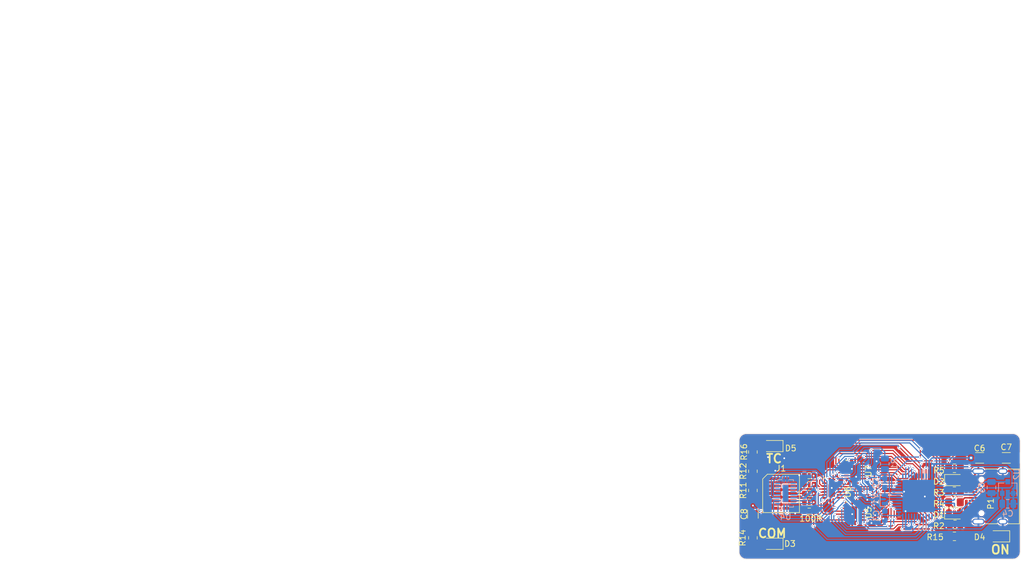
<source format=kicad_pcb>
(kicad_pcb (version 20171130) (host pcbnew "(5.1.7)-1")
  (layers (0 F.Cu signal) (31 B.Cu signal) (34 B.Paste user) (35 F.Paste user) (36 B.SilkS user) (37 F.SilkS user) (38 B.Mask user) (39 F.Mask user) (44 Edge.Cuts user))
  (net 0 "")
  (net 1 GND)
  (net 2 VBUS)
  (net 3 USBD-)
  (net 4 USBD+)
  (net 5 "Net-(P1-PadA5)")
  (net 6 VDD)
  (net 7 "Net-(R2-Pad1)")
  (net 8 "Net-(U1-Pad45)")
  (net 9 JTDI)
  (net 10 JTCK-SWCLK)
  (net 11 JTMS-SWDIO)
  (net 12 USBID)
  (net 13 "Net-(U1-Pad29)")
  (net 14 SPIMOSI)
  (net 15 SPIMISO)
  (net 16 SPISCK)
  (net 17 SPINSS)
  (net 18 "Net-(P1-PadA7)")
  (net 19 "Net-(P1-PadA6)")
  (net 20 NJRST)
  (net 21 JTDO-SWO)
  (net 22 "Net-(U1-Pad20)")
  (net 23 "Net-(U1-Pad18)")
  (net 24 IO4)
  (net 25 IO3)
  (net 26 IO2)
  (net 27 IO1)
  (net 28 "Net-(J1-Pad7)")
  (net 29 "Net-(J1-Pad10)")
  (net 30 "Net-(J1-Pad8)")
  (net 31 "Net-(J1-Pad6)")
  (net 32 "Net-(J1-Pad4)")
  (net 33 "Net-(C2-Pad1)")
  (net 34 "Net-(C3-Pad1)")
  (net 35 "Net-(C6-Pad1)")
  (net 36 VDDA)
  (net 37 VT)
  (net 38 VTA)
  (net 39 OE)
  (net 40 "Net-(U4-Pad21)")
  (net 41 "Net-(U4-Pad12)")
  (net 42 "Net-(U4-Pad13)")
  (net 43 "Net-(U4-Pad14)")
  (net 44 "Net-(U4-Pad9)")
  (net 45 "Net-(U4-Pad8)")
  (net 46 "Net-(U4-Pad7)")
  (net 47 "Net-(U4-Pad6)")
  (net 48 S0)
  (net 49 S1)
  (net 50 "Net-(U1-Pad21)")
  (net 51 "Net-(U1-Pad26)")
  (net 52 I2CSMBA)
  (net 53 I2CSCL)
  (net 54 I2CSDA)
  (net 55 "Net-(U5-Pad14)")
  (net 56 S2)
  (net 57 1)
  (net 58 2)
  (net 59 3)
  (net 60 4)
  (net 61 "Net-(U4-Pad15)")
  (net 62 "Net-(J1-Pad9)")
  (net 63 O23)
  (net 64 O14)
  (net 65 O12)
  (net 66 O11)
  (net 67 O13)
  (net 68 O24)
  (net 69 O22)
  (net 70 O21)
  (net 71 "Net-(R1-Pad1)")
  (net 72 OTHERCLK)
  (net 73 OTHERIN)
  (net 74 OTHEROUT)
  (net 75 OTHERSELECT)
  (net 76 "Net-(D3-Pad2)")
  (net 77 "Net-(D4-Pad2)")
  (net 78 "Net-(D5-Pad2)")
  (net 79 COM)
  (net 80 CONNECTED)
  (net 81 "Net-(U1-Pad28)")
  (module Package_DFN_QFN:QFN-48-1EP_7x7mm_P0.5mm_EP5.6x5.6mm (layer B.Cu) (at 153.416 83.758)
    (fp_text reference U1 (at 0.508 5.396) (layer B.SilkS) (effects (justify mirror)))
    (fp_text value STM32F401CEUx)
    (pad 1 smd roundrect (at -3.4375 2.75) (size 0.875 0.25) (layers B.Cu B.Paste B.Mask) (net 6 VDD))
    (pad 2 smd roundrect (at -3.4375 2.25) (size 0.875 0.25) (layers B.Cu B.Paste B.Mask) (net 72 OTHERCLK))
    (pad 3 smd roundrect (at -3.4375 1.75) (size 0.875 0.25) (layers B.Cu B.Paste B.Mask) (net 73 OTHERIN))
    (pad 4 smd roundrect (at -3.4375 1.25) (size 0.875 0.25) (layers B.Cu B.Paste B.Mask) (net 74 OTHEROUT))
    (pad 5 smd roundrect (at -3.4375 0.75) (size 0.875 0.25) (layers B.Cu B.Paste B.Mask) (net 34 "Net-(C3-Pad1)"))
    (pad 6 smd roundrect (at -3.4375 0.25) (size 0.875 0.25) (layers B.Cu B.Paste B.Mask) (net 33 "Net-(C2-Pad1)"))
    (pad 7 smd roundrect (at -3.4375 -0.25) (size 0.875 0.25) (layers B.Cu B.Paste B.Mask) (net 71 "Net-(R1-Pad1)"))
    (pad 8 smd roundrect (at -3.4375 -0.75) (size 0.875 0.25) (layers B.Cu B.Paste B.Mask) (net 1 GND))
    (pad 9 smd roundrect (at -3.4375 -1.25) (size 0.875 0.25) (layers B.Cu B.Paste B.Mask) (net 36 VDDA))
    (pad 10 smd roundrect (at -3.4375 -1.75) (size 0.875 0.25) (layers B.Cu B.Paste B.Mask) (net 48 S0))
    (pad 11 smd roundrect (at -3.4375 -2.25) (size 0.875 0.25) (layers B.Cu B.Paste B.Mask) (net 49 S1))
    (pad 12 smd roundrect (at -3.4375 -2.75) (size 0.875 0.25) (layers B.Cu B.Paste B.Mask) (net 56 S2))
    (pad 13 smd roundrect (at -2.75 -3.4375) (size 0.25 0.875) (layers B.Cu B.Paste B.Mask) (net 39 OE))
    (pad 14 smd roundrect (at -2.25 -3.4375) (size 0.25 0.875) (layers B.Cu B.Paste B.Mask) (net 17 SPINSS))
    (pad 15 smd roundrect (at -1.75 -3.4375) (size 0.25 0.875) (layers B.Cu B.Paste B.Mask) (net 16 SPISCK))
    (pad 16 smd roundrect (at -1.25 -3.4375) (size 0.25 0.875) (layers B.Cu B.Paste B.Mask) (net 15 SPIMISO))
    (pad 17 smd roundrect (at -0.75 -3.4375) (size 0.25 0.875) (layers B.Cu B.Paste B.Mask) (net 14 SPIMOSI))
    (pad 18 smd roundrect (at -0.25 -3.4375) (size 0.25 0.875) (layers B.Cu B.Paste B.Mask) (net 23 "Net-(U1-Pad18)"))
    (pad 19 smd roundrect (at 0.25 -3.4375) (size 0.25 0.875) (layers B.Cu B.Paste B.Mask) (net 38 VTA))
    (pad 20 smd roundrect (at 0.75 -3.4375) (size 0.25 0.875) (layers B.Cu B.Paste B.Mask) (net 22 "Net-(U1-Pad20)"))
    (pad 21 smd roundrect (at 1.25 -3.4375) (size 0.25 0.875) (layers B.Cu B.Paste B.Mask) (net 50 "Net-(U1-Pad21)"))
    (pad 22 smd roundrect (at 1.75 -3.4375) (size 0.25 0.875) (layers B.Cu B.Paste B.Mask) (net 35 "Net-(C6-Pad1)"))
    (pad 23 smd roundrect (at 2.25 -3.4375) (size 0.25 0.875) (layers B.Cu B.Paste B.Mask) (net 1 GND))
    (pad 24 smd roundrect (at 2.75 -3.4375) (size 0.25 0.875) (layers B.Cu B.Paste B.Mask) (net 6 VDD))
    (pad 25 smd roundrect (at 3.4375 -2.75) (size 0.875 0.25) (layers B.Cu B.Paste B.Mask) (net 79 COM))
    (pad 26 smd roundrect (at 3.4375 -2.25) (size 0.875 0.25) (layers B.Cu B.Paste B.Mask) (net 51 "Net-(U1-Pad26)"))
    (pad 27 smd roundrect (at 3.4375 -1.75) (size 0.875 0.25) (layers B.Cu B.Paste B.Mask) (net 80 CONNECTED))
    (pad 28 smd roundrect (at 3.4375 -1.25) (size 0.875 0.25) (layers B.Cu B.Paste B.Mask) (net 81 "Net-(U1-Pad28)"))
    (pad 29 smd roundrect (at 3.4375 -0.75) (size 0.875 0.25) (layers B.Cu B.Paste B.Mask) (net 13 "Net-(U1-Pad29)"))
    (pad 30 smd roundrect (at 3.4375 -0.25) (size 0.875 0.25) (layers B.Cu B.Paste B.Mask) (net 2 VBUS))
    (pad 31 smd roundrect (at 3.4375 0.25) (size 0.875 0.25) (layers B.Cu B.Paste B.Mask) (net 12 USBID))
    (pad 32 smd roundrect (at 3.4375 0.75) (size 0.875 0.25) (layers B.Cu B.Paste B.Mask) (net 3 USBD-))
    (pad 33 smd roundrect (at 3.4375 1.25) (size 0.875 0.25) (layers B.Cu B.Paste B.Mask) (net 4 USBD+))
    (pad 34 smd roundrect (at 3.4375 1.75) (size 0.875 0.25) (layers B.Cu B.Paste B.Mask) (net 11 JTMS-SWDIO))
    (pad 35 smd roundrect (at 3.4375 2.25) (size 0.875 0.25) (layers B.Cu B.Paste B.Mask) (net 1 GND))
    (pad 36 smd roundrect (at 3.4375 2.75) (size 0.875 0.25) (layers B.Cu B.Paste B.Mask) (net 6 VDD))
    (pad 37 smd roundrect (at 2.75 3.4375) (size 0.25 0.875) (layers B.Cu B.Paste B.Mask) (net 10 JTCK-SWCLK))
    (pad 38 smd roundrect (at 2.25 3.4375) (size 0.25 0.875) (layers B.Cu B.Paste B.Mask) (net 9 JTDI))
    (pad 39 smd roundrect (at 1.75 3.4375) (size 0.25 0.875) (layers B.Cu B.Paste B.Mask) (net 21 JTDO-SWO))
    (pad 40 smd roundrect (at 1.25 3.4375) (size 0.25 0.875) (layers B.Cu B.Paste B.Mask) (net 20 NJRST))
    (pad 41 smd roundrect (at 0.75 3.4375) (size 0.25 0.875) (layers B.Cu B.Paste B.Mask) (net 52 I2CSMBA))
    (pad 42 smd roundrect (at 0.25 3.4375) (size 0.25 0.875) (layers B.Cu B.Paste B.Mask) (net 53 I2CSCL))
    (pad 43 smd roundrect (at -0.25 3.4375) (size 0.25 0.875) (layers B.Cu B.Paste B.Mask) (net 54 I2CSDA))
    (pad 44 smd roundrect (at -0.75 3.4375) (size 0.25 0.875) (layers B.Cu B.Paste B.Mask) (net 7 "Net-(R2-Pad1)"))
    (pad 45 smd roundrect (at -1.25 3.4375) (size 0.25 0.875) (layers B.Cu B.Paste B.Mask) (net 8 "Net-(U1-Pad45)"))
    (pad 46 smd roundrect (at -1.75 3.4375) (size 0.25 0.875) (layers B.Cu B.Paste B.Mask) (net 75 OTHERSELECT))
    (pad 47 smd roundrect (at -2.25 3.4375) (size 0.25 0.875) (layers B.Cu B.Paste B.Mask) (net 1 GND))
    (pad 48 smd roundrect (at -2.75 3.4375) (size 0.25 0.875) (layers B.Cu B.Paste B.Mask) (net 6 VDD))
    (pad 49 smd rect (at 0 0) (size 5.6 5.6) (layers B.Cu B.Mask) (net 1 GND))
  )
  (module Resistor_SMD:R_0805_2012Metric (layer F.Cu) (at 124.968 76.2 270)
    (fp_text reference R16 (at 0 1.524 90) (layer F.SilkS))
    (fp_text value 5k)
    (pad 2 smd roundrect (at 0.9125 0 270) (size 1.025 1.4) (layers F.Cu F.Paste F.Mask) (roundrect_rratio 0.243902) (net 78 "Net-(D5-Pad2)"))
    (pad 1 smd roundrect (at -0.9125 0 270) (size 1.025 1.4) (layers F.Cu F.Paste F.Mask) (roundrect_rratio 0.243902) (net 80 CONNECTED))
  )
  (module Resistor_SMD:R_0805_2012Metric (layer F.Cu) (at 159.512 90.678)
    (fp_text reference R15 (at -3.302 0.127) (layer F.SilkS))
    (fp_text value 5k)
    (pad 2 smd roundrect (at 0.9125 0) (size 1.025 1.4) (layers F.Cu F.Paste F.Mask) (roundrect_rratio 0.243902) (net 77 "Net-(D4-Pad2)"))
    (pad 1 smd roundrect (at -0.9125 0) (size 1.025 1.4) (layers F.Cu F.Paste F.Mask) (roundrect_rratio 0.243902) (net 6 VDD))
  )
  (module Resistor_SMD:R_0805_2012Metric (layer F.Cu) (at 124.968 90.932 270)
    (fp_text reference R14 (at 0 1.778 90) (layer F.SilkS))
    (fp_text value 5k)
    (pad 2 smd roundrect (at 0.9125 0 270) (size 1.025 1.4) (layers F.Cu F.Paste F.Mask) (roundrect_rratio 0.243902) (net 76 "Net-(D3-Pad2)"))
    (pad 1 smd roundrect (at -0.9125 0 270) (size 1.025 1.4) (layers F.Cu F.Paste F.Mask) (roundrect_rratio 0.243902) (net 79 COM))
  )
  (module LED_SMD:LED_0805_2012Metric_Pad1.15x1.40mm_HandSolder (layer F.Cu) (at 128.27 75.184 180)
    (fp_text reference D5 (at -3.175 -0.381) (layer F.SilkS))
    (fp_text value CONNECTED)
    (pad 2 smd roundrect (at 1.025 0 180) (size 1.15 1.4) (layers F.Cu F.Paste F.Mask) (roundrect_rratio 0.217391) (net 78 "Net-(D5-Pad2)"))
    (pad 1 smd roundrect (at -1.025 0 180) (size 1.15 1.4) (layers F.Cu F.Paste F.Mask) (roundrect_rratio 0.217391) (net 1 GND))
  )
  (module LED_SMD:LED_0805_2012Metric_Pad1.15x1.40mm_HandSolder (layer F.Cu) (at 167.132 90.678 180)
    (fp_text reference D4 (at 3.302 -0.127) (layer F.SilkS))
    (fp_text value ON)
    (pad 2 smd roundrect (at 1.025 0 180) (size 1.15 1.4) (layers F.Cu F.Paste F.Mask) (roundrect_rratio 0.217391) (net 77 "Net-(D4-Pad2)"))
    (pad 1 smd roundrect (at -1.025 0 180) (size 1.15 1.4) (layers F.Cu F.Paste F.Mask) (roundrect_rratio 0.217391) (net 1 GND))
  )
  (module LED_SMD:LED_0805_2012Metric_Pad1.15x1.40mm_HandSolder (layer F.Cu) (at 128.279 91.948 180)
    (fp_text reference D3 (at -3.039 0) (layer F.SilkS))
    (fp_text value COM)
    (pad 2 smd roundrect (at 1.025 0 180) (size 1.15 1.4) (layers F.Cu F.Paste F.Mask) (roundrect_rratio 0.217391) (net 76 "Net-(D3-Pad2)"))
    (pad 1 smd roundrect (at -1.025 0 180) (size 1.15 1.4) (layers F.Cu F.Paste F.Mask) (roundrect_rratio 0.217391) (net 1 GND))
  )
  (module Resistor_SMD:R_0805_2012Metric (layer B.Cu) (at 147.574 78.232 90)
    (fp_text reference R1 (at 0 1.65 270) (layer B.SilkS) (effects (justify mirror)))
    (fp_text value 10k)
    (pad 2 smd roundrect (at 0.9125 0 90) (size 1.025 1.4) (layers B.Cu B.Paste B.Mask) (roundrect_rratio 0.243902) (net 6 VDD))
    (pad 1 smd roundrect (at -0.9125 0 90) (size 1.025 1.4) (layers B.Cu B.Paste B.Mask) (roundrect_rratio 0.243902) (net 71 "Net-(R1-Pad1)"))
  )
  (module Resistor_SMD:R_0603_1608Metric (layer F.Cu) (at 134.62 81.788 180)
    (fp_text reference R6 hide)
    (fp_text value 100 hide)
    (pad 2 smd roundrect (at 0.825 0 180) (size 0.8 0.95) (layers F.Cu F.Paste F.Mask) (net 62 "Net-(J1-Pad9)"))
    (pad 1 smd roundrect (at -0.825 0 180) (size 0.8 0.95) (layers F.Cu F.Paste F.Mask) (net 26 IO2))
  )
  (module Package_DFN_QFN:WQFN-20-1EP_2.5x4.5mm_P0.5mm_EP1x2.9mm (layer B.Cu) (at 130.556 83.312)
    (fp_text reference U4 (at 0 4 180) (layer B.SilkS) (effects (justify mirror)))
    (fp_text value FXMA108)
    (pad 1 smd rect (at -0.25 2.3 90) (size 0.9 0.24) (layers B.Cu B.Paste B.Mask) (net 6 VDD))
    (pad 20 smd rect (at 0.25 2.3 90) (size 0.9 0.24) (layers B.Cu B.Paste B.Mask) (net 37 VT))
    (pad 10 smd rect (at -0.25 -2.3 90) (size 0.9 0.24) (layers B.Cu B.Paste B.Mask) (net 1 GND))
    (pad 11 smd rect (at 0.25 -2.3 90) (size 0.9 0.24) (layers B.Cu B.Paste B.Mask) (net 1 GND))
    (pad 2 smd rect (at -1.3 1.75) (size 0.9 0.24) (layers B.Cu B.Paste B.Mask) (net 60 4))
    (pad 3 smd rect (at -1.3 1.25) (size 0.9 0.24) (layers B.Cu B.Paste B.Mask) (net 59 3))
    (pad 4 smd rect (at -1.3 0.75) (size 0.9 0.24) (layers B.Cu B.Paste B.Mask) (net 58 2))
    (pad 5 smd rect (at -1.3 0.25) (size 0.9 0.24) (layers B.Cu B.Paste B.Mask) (net 57 1))
    (pad 6 smd rect (at -1.3 -0.25) (size 0.9 0.24) (layers B.Cu B.Paste B.Mask) (net 47 "Net-(U4-Pad6)"))
    (pad 7 smd rect (at -1.3 -0.75) (size 0.9 0.24) (layers B.Cu B.Paste B.Mask) (net 46 "Net-(U4-Pad7)"))
    (pad 8 smd rect (at -1.3 -1.25) (size 0.9 0.24) (layers B.Cu B.Paste B.Mask) (net 45 "Net-(U4-Pad8)"))
    (pad 9 smd rect (at -1.3 -1.75) (size 0.9 0.24) (layers B.Cu B.Paste B.Mask) (net 44 "Net-(U4-Pad9)"))
    (pad 19 smd rect (at 1.3 1.75) (size 0.9 0.24) (layers B.Cu B.Paste B.Mask) (net 24 IO4))
    (pad 18 smd rect (at 1.3 1.25) (size 0.9 0.24) (layers B.Cu B.Paste B.Mask) (net 25 IO3))
    (pad 17 smd rect (at 1.3 0.75) (size 0.9 0.24) (layers B.Cu B.Paste B.Mask) (net 26 IO2))
    (pad 16 smd rect (at 1.3 0.25) (size 0.9 0.24) (layers B.Cu B.Paste B.Mask) (net 27 IO1))
    (pad 15 smd rect (at 1.3 -0.25) (size 0.9 0.24) (layers B.Cu B.Paste B.Mask) (net 61 "Net-(U4-Pad15)"))
    (pad 14 smd rect (at 1.3 -0.75) (size 0.9 0.24) (layers B.Cu B.Paste B.Mask) (net 43 "Net-(U4-Pad14)"))
    (pad 13 smd rect (at 1.3 -1.25) (size 0.9 0.24) (layers B.Cu B.Paste B.Mask) (net 42 "Net-(U4-Pad13)"))
    (pad 12 smd rect (at 1.3 -1.75) (size 0.9 0.24) (layers B.Cu B.Paste B.Mask) (net 41 "Net-(U4-Pad12)"))
    (pad 21 smd rect (at 0 0 90) (size 2.9 1) (layers B.Cu B.Mask) (net 40 "Net-(U4-Pad21)"))
  )
  (module userdef:DEBUG (layer F.Cu) (at 129.794 83.312 270)
    (fp_text reference J1 (at -4.29 0) (layer F.SilkS))
    (fp_text value DEBUG_PORT)
    (pad 5 smd rect (at 2.54 1.45 270) (size 0.5 2.4) (layers F.Cu F.Paste F.Mask) (net 1 GND))
    (pad 6 smd rect (at 2.54 -1.45 270) (size 0.5 2.4) (layers F.Cu F.Paste F.Mask) (net 31 "Net-(J1-Pad6)"))
    (pad 4 smd rect (at 1.27 1.45 270) (size 0.5 2.4) (layers F.Cu F.Paste F.Mask) (net 32 "Net-(J1-Pad4)"))
    (pad 7 smd rect (at 1.27 -1.45 270) (size 0.5 2.4) (layers F.Cu F.Paste F.Mask) (net 28 "Net-(J1-Pad7)"))
    (pad 3 smd rect (at 0 1.45 270) (size 0.5 2.4) (layers F.Cu F.Paste F.Mask) (net 1 GND))
    (pad 8 smd rect (at 0 -1.45 270) (size 0.5 2.4) (layers F.Cu F.Paste F.Mask) (net 30 "Net-(J1-Pad8)"))
    (pad 2 smd rect (at -1.27 1.45 270) (size 0.5 2.4) (layers F.Cu F.Paste F.Mask) (net 1 GND))
    (pad 9 smd rect (at -1.27 -1.45 270) (size 0.5 2.4) (layers F.Cu F.Paste F.Mask) (net 62 "Net-(J1-Pad9)"))
    (pad 1 smd rect (at -2.54 1.45 270) (size 0.5 2.4) (layers F.Cu F.Paste F.Mask) (net 37 VT))
    (pad 10 smd rect (at -2.54 -1.45 270) (size 0.5 2.4) (layers F.Cu F.Paste F.Mask) (net 29 "Net-(J1-Pad10)"))
  )
  (module userdef:DVQFN-16 (layer F.Cu) (at 138.43 82.804 270)
    (fp_text reference U6 (at 0.254 -2.794 90) (layer F.SilkS))
    (fp_text value MUX hide)
    (pad 17 smd rect (at 0 -0.05 180) (size 1.15 2.15) (layers F.Cu F.Paste F.Mask) (net 1 GND) (clearance 0.1))
    (pad 10 smd roundrect (at 1.25 -1.3 180) (size 0.8 0.3) (layers F.Cu F.Paste F.Mask) (net 63 O23) (clearance 0.1))
    (pad 11 smd roundrect (at 0.75 -1.3 180) (size 0.8 0.3) (layers F.Cu F.Paste F.Mask) (net 67 O13) (clearance 0.1))
    (pad 12 smd roundrect (at 0.25 -1.3 180) (size 0.8 0.3) (layers F.Cu F.Paste F.Mask) (net 60 4) (clearance 0.1))
    (pad 13 smd roundrect (at -0.25 -1.3 180) (size 0.8 0.3) (layers F.Cu F.Paste F.Mask) (net 68 O24) (clearance 0.1))
    (pad 14 smd roundrect (at -0.75 -1.3 180) (size 0.8 0.3) (layers F.Cu F.Paste F.Mask) (net 64 O14) (clearance 0.1))
    (pad 15 smd roundrect (at -1.25 -1.3 180) (size 0.8 0.3) (layers F.Cu F.Paste F.Mask) (net 1 GND) (clearance 0.1))
    (pad 7 smd roundrect (at 1.25 1.2 180) (size 0.8 0.3) (layers F.Cu F.Paste F.Mask) (net 58 2) (clearance 0.1))
    (pad 6 smd roundrect (at 0.75 1.2 180) (size 0.8 0.3) (layers F.Cu F.Paste F.Mask) (net 69 O22) (clearance 0.1))
    (pad 5 smd roundrect (at 0.25 1.2 180) (size 0.8 0.3) (layers F.Cu F.Paste F.Mask) (net 65 O12) (clearance 0.1))
    (pad 4 smd roundrect (at -0.25 1.2 180) (size 0.8 0.3) (layers F.Cu F.Paste F.Mask) (net 57 1) (clearance 0.1))
    (pad 3 smd roundrect (at -0.75 1.2 180) (size 0.8 0.3) (layers F.Cu F.Paste F.Mask) (net 70 O21) (clearance 0.1))
    (pad 2 smd roundrect (at -1.25 1.2 180) (size 0.8 0.3) (layers F.Cu F.Paste F.Mask) (net 66 O11) (clearance 0.1))
    (pad 1 smd roundrect (at -1.75 0.2 90) (size 0.8 0.3) (layers F.Cu F.Paste F.Mask) (net 56 S2) (clearance 0.1))
    (pad 16 smd roundrect (at -1.75 -0.3 90) (size 0.8 0.3) (layers F.Cu F.Paste F.Mask) (net 6 VDD) (clearance 0.1))
    (pad 9 smd roundrect (at 1.75 -0.3 90) (size 0.8 0.3) (layers F.Cu F.Paste F.Mask) (net 59 3) (clearance 0.1))
    (pad 8 smd roundrect (at 1.75 0.2 90) (size 0.8 0.3) (layers F.Cu F.Paste F.Mask) (net 1 GND) (clearance 0.1))
  )
  (module userdef:DVQFN-16 (layer F.Cu) (at 142.19 86.614 270)
    (fp_text reference U5 (at 0 -2.59 90) (layer F.SilkS))
    (fp_text value MUX hide)
    (pad 17 smd rect (at 0 -0.05 180) (size 1.15 2.15) (layers F.Cu F.Paste F.Mask) (net 1 GND) (clearance 0.1))
    (pad 10 smd roundrect (at 1.25 -1.3 180) (size 0.8 0.3) (layers F.Cu F.Paste F.Mask) (net 74 OTHEROUT) (clearance 0.1))
    (pad 11 smd roundrect (at 0.75 -1.3 180) (size 0.8 0.3) (layers F.Cu F.Paste F.Mask) (net 54 I2CSDA) (clearance 0.1))
    (pad 12 smd roundrect (at 0.25 -1.3 180) (size 0.8 0.3) (layers F.Cu F.Paste F.Mask) (net 68 O24) (clearance 0.1))
    (pad 13 smd roundrect (at -0.25 -1.3 180) (size 0.8 0.3) (layers F.Cu F.Paste F.Mask) (net 75 OTHERSELECT) (clearance 0.1))
    (pad 14 smd roundrect (at -0.75 -1.3 180) (size 0.8 0.3) (layers F.Cu F.Paste F.Mask) (net 55 "Net-(U5-Pad14)") (clearance 0.1))
    (pad 15 smd roundrect (at -1.25 -1.3 180) (size 0.8 0.3) (layers F.Cu F.Paste F.Mask) (net 1 GND) (clearance 0.1))
    (pad 7 smd roundrect (at 1.25 1.2 180) (size 0.8 0.3) (layers F.Cu F.Paste F.Mask) (net 69 O22) (clearance 0.1))
    (pad 6 smd roundrect (at 0.75 1.2 180) (size 0.8 0.3) (layers F.Cu F.Paste F.Mask) (net 73 OTHERIN) (clearance 0.1))
    (pad 5 smd roundrect (at 0.25 1.2 180) (size 0.8 0.3) (layers F.Cu F.Paste F.Mask) (net 53 I2CSCL) (clearance 0.1))
    (pad 4 smd roundrect (at -0.25 1.2 180) (size 0.8 0.3) (layers F.Cu F.Paste F.Mask) (net 70 O21) (clearance 0.1))
    (pad 3 smd roundrect (at -0.75 1.2 180) (size 0.8 0.3) (layers F.Cu F.Paste F.Mask) (net 72 OTHERCLK) (clearance 0.1))
    (pad 2 smd roundrect (at -1.25 1.2 180) (size 0.8 0.3) (layers F.Cu F.Paste F.Mask) (net 52 I2CSMBA) (clearance 0.1))
    (pad 1 smd roundrect (at -1.75 0.2 90) (size 0.8 0.3) (layers F.Cu F.Paste F.Mask) (net 49 S1) (clearance 0.1))
    (pad 16 smd roundrect (at -1.75 -0.3 90) (size 0.8 0.3) (layers F.Cu F.Paste F.Mask) (net 6 VDD) (clearance 0.1))
    (pad 9 smd roundrect (at 1.75 -0.3 90) (size 0.8 0.3) (layers F.Cu F.Paste F.Mask) (net 63 O23) (clearance 0.1))
    (pad 8 smd roundrect (at 1.75 0.2 90) (size 0.8 0.3) (layers F.Cu F.Paste F.Mask) (net 1 GND) (clearance 0.1))
  )
  (module userdef:DVQFN-16 (layer F.Cu) (at 142.19 79.502 270)
    (fp_text reference U7 (at 0 -2.59 90) (layer F.SilkS))
    (fp_text value MUX hide)
    (pad 17 smd rect (at 0 -0.05 180) (size 1.15 2.15) (layers F.Cu F.Paste F.Mask) (net 1 GND) (clearance 0.1))
    (pad 10 smd roundrect (at 1.25 -1.3 180) (size 0.8 0.3) (layers F.Cu F.Paste F.Mask) (net 14 SPIMOSI) (clearance 0.1))
    (pad 11 smd roundrect (at 0.75 -1.3 180) (size 0.8 0.3) (layers F.Cu F.Paste F.Mask) (net 21 JTDO-SWO) (clearance 0.1))
    (pad 12 smd roundrect (at 0.25 -1.3 180) (size 0.8 0.3) (layers F.Cu F.Paste F.Mask) (net 64 O14) (clearance 0.1))
    (pad 13 smd roundrect (at -0.25 -1.3 180) (size 0.8 0.3) (layers F.Cu F.Paste F.Mask) (net 15 SPIMISO) (clearance 0.1))
    (pad 14 smd roundrect (at -0.75 -1.3 180) (size 0.8 0.3) (layers F.Cu F.Paste F.Mask) (net 9 JTDI) (clearance 0.1))
    (pad 15 smd roundrect (at -1.25 -1.3 180) (size 0.8 0.3) (layers F.Cu F.Paste F.Mask) (net 1 GND) (clearance 0.1))
    (pad 7 smd roundrect (at 1.25 1.2 180) (size 0.8 0.3) (layers F.Cu F.Paste F.Mask) (net 65 O12) (clearance 0.1))
    (pad 6 smd roundrect (at 0.75 1.2 180) (size 0.8 0.3) (layers F.Cu F.Paste F.Mask) (net 16 SPISCK) (clearance 0.1))
    (pad 5 smd roundrect (at 0.25 1.2 180) (size 0.8 0.3) (layers F.Cu F.Paste F.Mask) (net 10 JTCK-SWCLK) (clearance 0.1))
    (pad 4 smd roundrect (at -0.25 1.2 180) (size 0.8 0.3) (layers F.Cu F.Paste F.Mask) (net 66 O11) (clearance 0.1))
    (pad 3 smd roundrect (at -0.75 1.2 180) (size 0.8 0.3) (layers F.Cu F.Paste F.Mask) (net 17 SPINSS) (clearance 0.1))
    (pad 2 smd roundrect (at -1.25 1.2 180) (size 0.8 0.3) (layers F.Cu F.Paste F.Mask) (net 11 JTMS-SWDIO) (clearance 0.1))
    (pad 1 smd roundrect (at -1.75 0.2 90) (size 0.8 0.3) (layers F.Cu F.Paste F.Mask) (net 48 S0) (clearance 0.1))
    (pad 16 smd roundrect (at -1.75 -0.3 90) (size 0.8 0.3) (layers F.Cu F.Paste F.Mask) (net 6 VDD) (clearance 0.1))
    (pad 9 smd roundrect (at 1.75 -0.3 90) (size 0.8 0.3) (layers F.Cu F.Paste F.Mask) (net 67 O13) (clearance 0.1))
    (pad 8 smd roundrect (at 1.75 0.2 90) (size 0.8 0.3) (layers F.Cu F.Paste F.Mask) (net 1 GND) (clearance 0.1))
  )
  (module userdef:DVQFN-16 (layer F.Cu) (at 0 0)
    (fp_text reference MUX hide)
    (fp_text value DVQFN-16)
  )
  (module Resistor_SMD:R_0805_2012Metric_Pad1.20x1.40mm_HandSolder (layer F.Cu) (at 159.512 78.994)
    (fp_text reference R5 (at -2.667 0.381) (layer F.SilkS))
    (fp_text value 1M)
    (pad 2 smd roundrect (at 1 0) (size 1.2 1.4) (layers F.Cu F.Paste F.Mask) (roundrect_rratio 0.208333) (net 6 VDD))
    (pad 1 smd roundrect (at -1 0) (size 1.2 1.4) (layers F.Cu F.Paste F.Mask) (roundrect_rratio 0.208333) (net 36 VDDA))
  )
  (module Resistor_SMD:R_0805_2012Metric (layer F.Cu) (at 124.968 79.502 90)
    (fp_text reference R12 (at 0 -1.65 90) (layer F.SilkS))
    (fp_text value 1M)
    (pad 2 smd roundrect (at 0.9125 0 90) (size 1.025 1.4) (layers F.Cu F.Paste F.Mask) (roundrect_rratio 0.243902) (net 1 GND))
    (pad 1 smd roundrect (at -0.9125 0 90) (size 1.025 1.4) (layers F.Cu F.Paste F.Mask) (roundrect_rratio 0.243902) (net 38 VTA))
  )
  (module Resistor_SMD:R_0805_2012Metric (layer F.Cu) (at 124.968 82.804 90)
    (fp_text reference R11 (at 0 -1.65 90) (layer F.SilkS))
    (fp_text value 1M)
    (pad 2 smd roundrect (at 0.9125 0 90) (size 1.025 1.4) (layers F.Cu F.Paste F.Mask) (roundrect_rratio 0.243902) (net 38 VTA))
    (pad 1 smd roundrect (at -0.9125 0 90) (size 1.025 1.4) (layers F.Cu F.Paste F.Mask) (roundrect_rratio 0.243902) (net 37 VT))
  )
  (module Capacitor_SMD:C_1206_3216Metric (layer F.Cu) (at 124.968 86.868 270)
    (fp_text reference C8 (at 0 1.524 90) (layer F.SilkS))
    (fp_text value 10uF)
    (pad 2 smd roundrect (at 1.475 0 270) (size 1.15 1.8) (layers F.Cu F.Paste F.Mask) (roundrect_rratio 0.217391) (net 1 GND))
    (pad 1 smd roundrect (at -1.475 0 270) (size 1.15 1.8) (layers F.Cu F.Paste F.Mask) (roundrect_rratio 0.217391) (net 37 VT))
  )
  (module Capacitor_SMD:C_1206_3216Metric (layer F.Cu) (at 168.402 77.216)
    (fp_text reference C7 (at 0 -1.85) (layer F.SilkS))
    (fp_text value 22uF)
    (pad 2 smd roundrect (at 1.475 0) (size 1.15 1.8) (layers F.Cu F.Paste F.Mask) (roundrect_rratio 0.217391) (net 1 GND))
    (pad 1 smd roundrect (at -1.475 0) (size 1.15 1.8) (layers F.Cu F.Paste F.Mask) (roundrect_rratio 0.217391) (net 36 VDDA))
  )
  (module Capacitor_SMD:C_1206_3216Metric (layer F.Cu) (at 163.83 77.216)
    (fp_text reference C6 (at 0 -1.651) (layer F.SilkS))
    (fp_text value 4.7uF)
    (pad 2 smd roundrect (at 1.475 0) (size 1.15 1.8) (layers F.Cu F.Paste F.Mask) (roundrect_rratio 0.217391) (net 1 GND))
    (pad 1 smd roundrect (at -1.475 0) (size 1.15 1.8) (layers F.Cu F.Paste F.Mask) (roundrect_rratio 0.217391) (net 35 "Net-(C6-Pad1)"))
  )
  (module Capacitor_SMD:C_0603_1608Metric (layer B.Cu) (at 147.574 87.135 270)
    (fp_text reference C3 (at 0 1.43 90) (layer B.SilkS) (effects (justify mirror)))
    (fp_text value 22pF)
    (pad 2 smd roundrect (at 0.775 0 270) (size 0.9 0.95) (layers B.Cu B.Paste B.Mask) (net 1 GND))
    (pad 1 smd roundrect (at -0.775 0 270) (size 0.9 0.95) (layers B.Cu B.Paste B.Mask) (net 34 "Net-(C3-Pad1)"))
  )
  (module Capacitor_SMD:C_0603_1608Metric (layer B.Cu) (at 147.574 81.521 90)
    (fp_text reference C2 (at -0.013 -1.524 90) (layer B.SilkS) (effects (justify mirror)))
    (fp_text value 22pF)
    (pad 2 smd roundrect (at 0.775 0 90) (size 0.9 0.95) (layers B.Cu B.Paste B.Mask) (net 1 GND))
    (pad 1 smd roundrect (at -0.775 0 90) (size 0.9 0.95) (layers B.Cu B.Paste B.Mask) (net 33 "Net-(C2-Pad1)"))
  )
  (module Crystal:Crystal_SMD_TXC_9HT11-2Pin_2.0x1.2mm (layer B.Cu) (at 147.574 84.328 90)
    (fp_text reference Y1 (at 0 -1.524 90) (layer B.SilkS) (effects (justify mirror)))
    (fp_text value Crystal_Small)
    (pad 2 smd rect (at 0.7 0 90) (size 0.6 1.1) (layers B.Cu B.Paste B.Mask) (net 33 "Net-(C2-Pad1)"))
    (pad 1 smd rect (at -0.7 0 90) (size 0.6 1.1) (layers B.Cu B.Paste B.Mask) (net 34 "Net-(C3-Pad1)"))
  )
  (module Resistor_SMD:R_0603_1608Metric (layer F.Cu) (at 134.62 83.312 180)
    (fp_text reference R7 hide)
    (fp_text value 100 hide)
    (pad 2 smd roundrect (at 0.825 0 180) (size 0.8 0.95) (layers F.Cu F.Paste F.Mask) (net 30 "Net-(J1-Pad8)"))
    (pad 1 smd roundrect (at -0.825 0 180) (size 0.8 0.95) (layers F.Cu F.Paste F.Mask) (net 25 IO3))
  )
  (module Resistor_SMD:R_0603_1608Metric (layer F.Cu) (at 134.62 80.264 180)
    (fp_text reference R10 hide)
    (fp_text value 100 hide)
    (pad 2 smd roundrect (at 0.825 0 180) (size 0.8 0.95) (layers F.Cu F.Paste F.Mask) (net 29 "Net-(J1-Pad10)"))
    (pad 1 smd roundrect (at -0.825 0 180) (size 0.8 0.95) (layers F.Cu F.Paste F.Mask) (net 27 IO1))
  )
  (module Resistor_SMD:R_0603_1608Metric (layer F.Cu) (at 134.62 86.36 180)
    (fp_text reference R9 hide)
    (fp_text value 100 hide)
    (pad 2 smd roundrect (at 0.825 0 180) (size 0.8 0.95) (layers F.Cu F.Paste F.Mask) (net 31 "Net-(J1-Pad6)"))
    (pad 1 smd roundrect (at -0.825 0 180) (size 0.8 0.95) (layers F.Cu F.Paste F.Mask) (net 20 NJRST))
  )
  (module Resistor_SMD:R_0603_1608Metric (layer F.Cu) (at 134.62 84.836 180)
    (fp_text reference R8 hide)
    (fp_text value 100 hide)
    (pad 2 smd roundrect (at 0.825 0 180) (size 0.8 0.95) (layers F.Cu F.Paste F.Mask) (net 28 "Net-(J1-Pad7)"))
    (pad 1 smd roundrect (at -0.825 0 180) (size 0.8 0.95) (layers F.Cu F.Paste F.Mask) (net 24 IO4))
  )
  (module Resistor_SMD:R_0805_2012Metric_Pad1.20x1.40mm_HandSolder (layer F.Cu) (at 159.512 82.931 180)
    (fp_text reference R3 (at 2.667 -0.254) (layer F.SilkS))
    (fp_text value 22R)
    (pad 2 smd roundrect (at 1 0 180) (size 1.2 1.4) (layers F.Cu F.Paste F.Mask) (roundrect_rratio 0.208333) (net 3 USBD-))
    (pad 1 smd roundrect (at -1 0 180) (size 1.2 1.4) (layers F.Cu F.Paste F.Mask) (roundrect_rratio 0.208333) (net 18 "Net-(P1-PadA7)"))
  )
  (module Resistor_SMD:R_0805_2012Metric_Pad1.20x1.40mm_HandSolder (layer F.Cu) (at 159.512 84.836 180)
    (fp_text reference R4 (at 2.667 -0.254) (layer F.SilkS))
    (fp_text value 22R)
    (pad 2 smd roundrect (at 1 0 180) (size 1.2 1.4) (layers F.Cu F.Paste F.Mask) (roundrect_rratio 0.208333) (net 4 USBD+))
    (pad 1 smd roundrect (at -1 0 180) (size 1.2 1.4) (layers F.Cu F.Paste F.Mask) (roundrect_rratio 0.208333) (net 19 "Net-(P1-PadA6)"))
  )
  (module Connector_USB:USB_C_Receptacle_HRO_TYPE-C-31-M-12 (layer F.Cu) (at 166.751 83.82 90)
    (fp_text reference P1 (at -1.27 -1.016 90) (layer F.SilkS))
    (fp_text value USB_C_Plug_USB2.0)
    (pad S1 thru_hole oval (at 4.32 1.05 90) (size 1 1.6) (drill oval 0.6 1.2) (layers *.Cu *.Mask) (net 1 GND))
    (pad "" np_thru_hole circle (at 2.89 -2.6 90) (size 0.65 0.65) (drill 0.65) (layers *.Cu *.Mask))
    (pad S1 thru_hole oval (at -4.32 1.05 90) (size 1 1.6) (drill oval 0.6 1.2) (layers *.Cu *.Mask) (net 1 GND))
    (pad "" np_thru_hole circle (at -2.89 -2.6 90) (size 0.65 0.65) (drill 0.65) (layers *.Cu *.Mask))
    (pad S1 thru_hole oval (at -4.32 -3.13 90) (size 1 2.1) (drill oval 0.6 1.7) (layers *.Cu *.Mask) (net 1 GND))
    (pad S1 thru_hole oval (at 4.32 -3.13 90) (size 1 2.1) (drill oval 0.6 1.7) (layers *.Cu *.Mask) (net 1 GND))
    (pad A6 smd rect (at -0.25 -4.045 90) (size 0.3 1.45) (layers F.Cu F.Paste F.Mask) (net 19 "Net-(P1-PadA6)"))
    (pad B5 smd rect (at 1.75 -4.045 90) (size 0.3 1.45) (layers F.Cu F.Paste F.Mask) (net 2 VBUS))
    (pad A8 smd rect (at 1.25 -4.045 90) (size 0.3 1.45) (layers F.Cu F.Paste F.Mask))
    (pad B6 smd rect (at 0.75 -4.045 90) (size 0.3 1.45) (layers F.Cu F.Paste F.Mask))
    (pad A7 smd rect (at 0.25 -4.045 90) (size 0.3 1.45) (layers F.Cu F.Paste F.Mask) (net 18 "Net-(P1-PadA7)"))
    (pad B7 smd rect (at -0.75 -4.045 90) (size 0.3 1.45) (layers F.Cu F.Paste F.Mask))
    (pad A5 smd rect (at -1.25 -4.045 90) (size 0.3 1.45) (layers F.Cu F.Paste F.Mask) (net 5 "Net-(P1-PadA5)"))
    (pad B8 smd rect (at -1.75 -4.045 90) (size 0.3 1.45) (layers F.Cu F.Paste F.Mask))
    (pad A12 smd rect (at 3.25 -4.045 90) (size 0.6 1.45) (layers F.Cu F.Paste F.Mask) (net 1 GND))
    (pad B4 smd rect (at 2.45 -4.045 90) (size 0.6 1.45) (layers F.Cu F.Paste F.Mask) (net 2 VBUS))
    (pad A4 smd rect (at -2.45 -4.045 90) (size 0.6 1.45) (layers F.Cu F.Paste F.Mask) (net 2 VBUS))
    (pad A1 smd rect (at -3.25 -4.045 90) (size 0.6 1.45) (layers F.Cu F.Paste F.Mask) (net 1 GND))
    (pad B12 smd rect (at -3.25 -4.045 90) (size 0.6 1.45) (layers F.Cu F.Paste F.Mask) (net 1 GND))
    (pad B9 smd rect (at -2.45 -4.045 90) (size 0.6 1.45) (layers F.Cu F.Paste F.Mask) (net 2 VBUS))
    (pad A9 smd rect (at 2.45 -4.045 90) (size 0.6 1.45) (layers F.Cu F.Paste F.Mask) (net 2 VBUS))
    (pad B1 smd rect (at 3.25 -4.045 90) (size 0.6 1.45) (layers F.Cu F.Paste F.Mask) (net 1 GND))
  )
  (module Package_TO_SOT_SMD:SOT-23 (layer B.Cu) (at 168.656 82.296 90)
    (fp_text reference U2 (at 2.286 1.524 90) (layer B.SilkS) (effects (justify mirror)))
    (fp_text value AP2127N-3.0)
    (pad 3 smd rect (at 1 0 90) (size 0.9 0.8) (layers B.Cu B.Paste B.Mask) (net 2 VBUS))
    (pad 2 smd rect (at -1 -0.95 90) (size 0.9 0.8) (layers B.Cu B.Paste B.Mask) (net 6 VDD))
    (pad 1 smd rect (at -1 0.95 90) (size 0.9 0.8) (layers B.Cu B.Paste B.Mask) (net 1 GND))
  )
  (module Capacitor_SMD:C_0805_2012Metric (layer B.Cu) (at 168.656 85.09)
    (fp_text reference C4 (at 0 1.68) (layer B.SilkS) (effects (justify mirror)))
    (fp_text value 10uF)
    (pad 2 smd roundrect (at 0.95 0) (size 1 1.45) (layers B.Cu B.Paste B.Mask) (net 1 GND))
    (pad 1 smd roundrect (at -0.95 0) (size 1 1.45) (layers B.Cu B.Paste B.Mask) (net 6 VDD))
  )
  (module Capacitor_SMD:C_0805_2012Metric (layer B.Cu) (at 165.862 82.296 270)
    (fp_text reference C5 (at 0 1.68 90) (layer B.SilkS) (effects (justify mirror)))
    (fp_text value 10uF)
    (pad 2 smd roundrect (at 0.95 0 270) (size 1 1.45) (layers B.Cu B.Paste B.Mask) (net 1 GND))
    (pad 1 smd roundrect (at -0.95 0 270) (size 1 1.45) (layers B.Cu B.Paste B.Mask) (net 2 VBUS))
  )
  (module Diode_SMD:D_0805_2012Metric (layer F.Cu) (at 159.512 81.026)
    (fp_text reference D2 (at -2.667 0.254) (layer F.SilkS))
    (fp_text value D_Zener_Small)
    (pad 2 smd roundrect (at 0.9375 0) (size 0.975 1.4) (layers F.Cu F.Paste F.Mask) (net 1 GND))
    (pad 1 smd roundrect (at -0.9375 0) (size 0.975 1.4) (layers F.Cu F.Paste F.Mask) (net 3 USBD-))
  )
  (module Diode_SMD:D_0805_2012Metric (layer F.Cu) (at 159.512 86.741)
    (fp_text reference D1 (at -2.667 0.254) (layer F.SilkS))
    (fp_text value D_Zener_Small)
    (pad 2 smd roundrect (at 0.9375 0) (size 0.975 1.4) (layers F.Cu F.Paste F.Mask) (net 1 GND))
    (pad 1 smd roundrect (at -0.9375 0) (size 0.975 1.4) (layers F.Cu F.Paste F.Mask) (net 4 USBD+))
  )
  (module Resistor_SMD:R_0805_2012Metric (layer F.Cu) (at 159.6155 88.646)
    (fp_text reference R2 (at -2.7705 0.254) (layer F.SilkS))
    (fp_text value 10k)
    (pad 2 smd roundrect (at 0.9125 0) (size 1.025 1.4) (layers F.Cu F.Paste F.Mask) (roundrect_rratio 0.243902) (net 1 GND))
    (pad 1 smd roundrect (at -0.9125 0) (size 1.025 1.4) (layers F.Cu F.Paste F.Mask) (roundrect_rratio 0.243902) (net 7 "Net-(R2-Pad1)"))
  )
  (gr_text TC (at 128.5875 77.343) (layer F.SilkS) (effects (font (size 1.5 1.5) (thickness 0.3))))
  (gr_line (start 123.825 73.025) (end 169.545 73.025) (layer Edge.Cuts) (width 0.05))
  (gr_line (start 122.555 93.345) (end 122.555 74.295) (layer Edge.Cuts) (width 0.05))
  (gr_line (start 169.545 94.615) (end 123.825 94.615) (layer Edge.Cuts) (width 0.05))
  (gr_line (start 170.815 93.345) (end 170.815 74.295) (layer Edge.Cuts) (width 0.05))
  (gr_arc (start 123.825 74.295) (end 123.825 73.025) (angle -90) (layer Edge.Cuts) (width 0.05))
  (gr_arc (start 123.825 93.345) (end 122.555 93.345) (angle -90) (layer Edge.Cuts) (width 0.05))
  (gr_arc (start 169.545 93.345) (end 169.545 94.615) (angle -90) (layer Edge.Cuts) (width 0.05))
  (gr_arc (start 169.545 74.295) (end 170.815 74.295) (angle -90) (layer Edge.Cuts) (width 0.05))
  (gr_text COM (at 128.27 90.17) (layer F.SilkS) (effects (font (size 1.5 1.5) (thickness 0.3))))
  (gr_text ON (at 167.386 92.964) (layer F.SilkS) (effects (font (size 1.5 1.5) (thickness 0.3))))
  (gr_text . (at 129.54 85.344) (layer B.SilkS) (effects (font (size 1 1)) (justify mirror)))
  (gr_text "100R\n" (at 134.874 87.63) (layer F.SilkS) (effects (font (size 1 1))))
  (gr_text ".\n" (at 140.97 77.216) (layer F.SilkS) (effects (font (size 1 1))))
  (gr_text . (at 140.97 84.328) (layer F.SilkS) (effects (font (size 1 1))))
  (gr_text . (at 137.16 80.264) (layer F.SilkS) (effects (font (size 1 1))))
  (via (at 142.6591 80.4545) (size 0.4) (drill 0.3) (layers F.Cu B.Cu) (net 1))
  (via (at 141.9352 79.1083) (size 0.4) (drill 0.3) (layers F.Cu B.Cu) (net 1))
  (segment (start 160.6595 86.951) (end 160.4495 86.741) (width 0.25) (layer F.Cu) (net 1))
  (segment (start 162.706 80.415) (end 163.621 79.5) (width 0.25) (layer F.Cu) (net 1))
  (segment (start 162.706 80.57) (end 162.706 80.415) (width 0.25) (layer F.Cu) (net 1))
  (segment (start 155.666 86.008) (end 153.416 83.758) (width 0.25) (layer B.Cu) (net 1))
  (segment (start 156.8535 86.008) (end 155.666 86.008) (width 0.25) (layer B.Cu) (net 1))
  (segment (start 152.666 83.008) (end 153.416 83.758) (width 0.25) (layer B.Cu) (net 1))
  (segment (start 149.9785 83.008) (end 152.666 83.008) (width 0.25) (layer B.Cu) (net 1))
  (segment (start 155.666 81.508) (end 153.416 83.758) (width 0.25) (layer B.Cu) (net 1))
  (segment (start 155.666 80.3205) (end 155.666 81.508) (width 0.25) (layer B.Cu) (net 1))
  (segment (start 151.166 86.008) (end 153.416 83.758) (width 0.25) (layer B.Cu) (net 1))
  (segment (start 151.166 87.1955) (end 151.166 86.008) (width 0.25) (layer B.Cu) (net 1))
  (segment (start 130.306 81.012) (end 130.806 81.012) (width 0.2) (layer B.Cu) (net 1))
  (segment (start 141.99 86.864) (end 141.99 86.864) (width 0.2) (layer F.Cu) (net 1))
  (segment (start 141.99 88.364) (end 141.99 86.864) (width 0.2) (layer F.Cu) (net 1))
  (segment (start 141.99 79.752) (end 142.24 79.502) (width 0.2) (layer F.Cu) (net 1))
  (segment (start 141.99 81.252) (end 141.99 79.752) (width 0.2) (layer F.Cu) (net 1))
  (segment (start 138.23 83.054) (end 138.48 82.804) (width 0.2) (layer F.Cu) (net 1))
  (segment (start 138.23 84.554) (end 138.23 83.054) (width 0.2) (layer F.Cu) (net 1))
  (segment (start 142.24 79.071654) (end 142.24 79.502) (width 0.2) (layer F.Cu) (net 1))
  (segment (start 143.059654 78.252) (end 142.24 79.071654) (width 0.2) (layer F.Cu) (net 1))
  (segment (start 143.49 78.252) (end 143.059654 78.252) (width 0.2) (layer F.Cu) (net 1))
  (segment (start 142.24 86.183654) (end 142.24 86.614) (width 0.2) (layer F.Cu) (net 1))
  (segment (start 143.059654 85.364) (end 142.24 86.183654) (width 0.2) (layer F.Cu) (net 1))
  (segment (start 143.49 85.364) (end 143.059654 85.364) (width 0.2) (layer F.Cu) (net 1))
  (segment (start 138.48 82.373654) (end 138.48 82.373654) (width 0.2) (layer F.Cu) (net 1))
  (segment (start 139.299654 81.554) (end 138.48 82.373654) (width 0.2) (layer F.Cu) (net 1))
  (segment (start 139.73 81.554) (end 139.299654 81.554) (width 0.2) (layer F.Cu) (net 1))
  (segment (start 124.968 78.5895) (end 125.6265 78.5895) (width 0.2) (layer F.Cu) (net 1))
  (via (at 132.2197 86.7537) (size 0.4) (drill 0.3) (layers F.Cu B.Cu) (net 1))
  (segment (start 138.48 82.373654) (end 138.48 82.804) (width 0.2) (layer F.Cu) (net 1))
  (via (at 138.48 82.373654) (size 0.4) (drill 0.3) (layers F.Cu B.Cu) (net 1))
  (segment (start 141.99 86.864) (end 142.24 86.614) (width 0.2) (layer F.Cu) (net 1))
  (via (at 141.99 86.864) (size 0.4) (drill 0.3) (layers F.Cu B.Cu) (net 1))
  (via (at 144.5768 84.4042) (size 0.4) (drill 0.3) (layers F.Cu B.Cu) (net 1))
  (via (at 146.1643 77.8002) (size 0.4) (drill 0.3) (layers F.Cu B.Cu) (net 1))
  (via (at 127.5588 77.089) (size 0.4) (drill 0.3) (layers F.Cu B.Cu) (net 1))
  (via (at 130.3401 77.2795) (size 0.4) (drill 0.3) (layers F.Cu B.Cu) (net 1))
  (via (at 128.8034 79.4131) (size 0.4) (drill 0.3) (layers F.Cu B.Cu) (net 1))
  (via (at 155.7274 78.5368) (size 0.4) (drill 0.3) (layers F.Cu B.Cu) (net 1))
  (segment (start 155.666 78.5982) (end 155.7274 78.5368) (width 0.2) (layer B.Cu) (net 1))
  (segment (start 155.666 80.3205) (end 155.666 78.5982) (width 0.2) (layer B.Cu) (net 1))
  (via (at 147.32 87.621) (size 0.4) (drill 0.3) (layers F.Cu B.Cu) (net 1))
  (segment (start 147.574 87.875) (end 147.32 87.621) (width 0.2) (layer B.Cu) (net 1))
  (segment (start 147.574 87.91) (end 147.574 87.875) (width 0.2) (layer B.Cu) (net 1))
  (via (at 154.437999 83.843266) (size 0.4) (drill 0.3) (layers F.Cu B.Cu) (net 1))
  (segment (start 153.602733 83.008) (end 154.437999 83.843266) (width 0.2) (layer B.Cu) (net 1))
  (segment (start 149.9785 83.008) (end 153.602733 83.008) (width 0.2) (layer B.Cu) (net 1))
  (via (at 151.13 86.36) (size 0.4) (drill 0.3) (layers F.Cu B.Cu) (net 1))
  (segment (start 151.166 86.396) (end 151.13 86.36) (width 0.2) (layer B.Cu) (net 1))
  (segment (start 151.166 87.1955) (end 151.166 86.396) (width 0.2) (layer B.Cu) (net 1))
  (via (at 145.288 88.392) (size 0.4) (drill 0.3) (layers F.Cu B.Cu) (net 1))
  (via (at 146.304 84.836) (size 0.4) (drill 0.3) (layers F.Cu B.Cu) (net 1))
  (via (at 132.9055 80.2005) (size 0.4) (drill 0.3) (layers F.Cu B.Cu) (net 1))
  (via (at 145.923 87.0585) (size 0.4) (drill 0.3) (layers F.Cu B.Cu) (net 1))
  (via (at 144.7165 85.6615) (size 0.4) (drill 0.3) (layers F.Cu B.Cu) (net 1))
  (via (at 150.883454 83.001635) (size 0.4) (drill 0.3) (layers F.Cu B.Cu) (net 1))
  (segment (start 150.877089 83.008) (end 150.883454 83.001635) (width 0.2) (layer B.Cu) (net 1))
  (segment (start 149.9785 83.008) (end 150.877089 83.008) (width 0.2) (layer B.Cu) (net 1))
  (via (at 164.084 82.042) (size 0.4) (drill 0.3) (layers F.Cu B.Cu) (net 2))
  (segment (start 164.056 82.07) (end 164.084 82.042) (width 0.25) (layer F.Cu) (net 2))
  (segment (start 162.706 82.07) (end 164.056 82.07) (width 0.25) (layer F.Cu) (net 2))
  (segment (start 164.83 81.296) (end 168.656 81.296) (width 0.25) (layer B.Cu) (net 2))
  (segment (start 164.084 82.042) (end 164.83 81.296) (width 0.25) (layer B.Cu) (net 2))
  (segment (start 162.618 83.508) (end 164.084 82.042) (width 0.25) (layer B.Cu) (net 2))
  (segment (start 162.706 82.07) (end 162.706 81.37) (width 0.25) (layer F.Cu) (net 2))
  (segment (start 163.666 86.27) (end 162.706 86.27) (width 0.25) (layer F.Cu) (net 2))
  (segment (start 164.084 85.852) (end 163.666 86.27) (width 0.25) (layer F.Cu) (net 2))
  (segment (start 164.084 82.042) (end 164.084 85.852) (width 0.25) (layer F.Cu) (net 2))
  (segment (start 156.8535 83.508) (end 158.808 83.508) (width 0.25) (layer B.Cu) (net 2))
  (segment (start 158.808 83.508) (end 162.618 83.508) (width 0.25) (layer B.Cu) (net 2))
  (segment (start 158.4395 83.508) (end 158.808 83.508) (width 0.25) (layer B.Cu) (net 2))
  (via (at 159.512 84.033) (size 0.4) (drill 0.3) (layers F.Cu B.Cu) (net 3))
  (segment (start 158.512 83.033) (end 159.512 84.033) (width 0.25) (layer F.Cu) (net 3))
  (segment (start 157.406 84.508) (end 156.8535 84.508) (width 0.25) (layer B.Cu) (net 3))
  (segment (start 159.332 84.508) (end 157.406 84.508) (width 0.25) (layer B.Cu) (net 3))
  (segment (start 159.512 84.328) (end 159.332 84.508) (width 0.25) (layer B.Cu) (net 3))
  (segment (start 159.512 84.033) (end 159.512 84.328) (width 0.25) (layer B.Cu) (net 3))
  (segment (start 158.512 81.0885) (end 158.5745 81.026) (width 0.25) (layer F.Cu) (net 3))
  (segment (start 158.512 82.931) (end 158.512 81.0885) (width 0.25) (layer F.Cu) (net 3))
  (via (at 159.512 85.852) (size 0.4) (drill 0.3) (layers F.Cu B.Cu) (net 4))
  (segment (start 158.512 84.852) (end 159.512 85.852) (width 0.25) (layer F.Cu) (net 4))
  (segment (start 157.308 85.008) (end 156.8535 85.008) (width 0.25) (layer B.Cu) (net 4))
  (segment (start 159.43 85.008) (end 157.308 85.008) (width 0.25) (layer B.Cu) (net 4))
  (segment (start 159.512 85.09) (end 159.43 85.008) (width 0.25) (layer B.Cu) (net 4))
  (segment (start 159.512 85.852) (end 159.512 85.09) (width 0.25) (layer B.Cu) (net 4))
  (segment (start 158.5745 84.8985) (end 158.512 84.836) (width 0.25) (layer F.Cu) (net 4))
  (segment (start 158.5745 86.741) (end 158.5745 84.8985) (width 0.25) (layer F.Cu) (net 4))
  (segment (start 167.706 85.09) (end 167.706 83.296) (width 0.25) (layer B.Cu) (net 6))
  (segment (start 167.706 83.296) (end 167.706 82.362) (width 0.25) (layer B.Cu) (net 6))
  (segment (start 167.706 82.362) (end 164.541002 82.362) (width 0.25) (layer B.Cu) (net 6))
  (segment (start 160.395002 86.508) (end 164.541002 82.362) (width 0.25) (layer B.Cu) (net 6))
  (via (at 162.052 78.74) (size 0.4) (drill 0.3) (layers F.Cu B.Cu) (net 6))
  (segment (start 162.11701 78.67499) (end 162.052 78.74) (width 0.25) (layer B.Cu) (net 6))
  (segment (start 169.381001 79.613261) (end 168.44273 78.67499) (width 0.25) (layer B.Cu) (net 6))
  (segment (start 169.381001 82.006001) (end 169.381001 79.613261) (width 0.25) (layer B.Cu) (net 6))
  (segment (start 168.44273 78.67499) (end 162.11701 78.67499) (width 0.25) (layer B.Cu) (net 6))
  (segment (start 169.025002 82.362) (end 169.381001 82.006001) (width 0.25) (layer B.Cu) (net 6))
  (segment (start 167.706 82.362) (end 169.025002 82.362) (width 0.25) (layer B.Cu) (net 6))
  (segment (start 160.782 78.74) (end 160.528 78.994) (width 0.25) (layer F.Cu) (net 6))
  (segment (start 162.052 78.74) (end 160.782 78.74) (width 0.25) (layer F.Cu) (net 6))
  (segment (start 167.706 85.815) (end 167.706 85.09) (width 0.25) (layer B.Cu) (net 6))
  (segment (start 164.11599 89.40501) (end 167.706 85.815) (width 0.25) (layer B.Cu) (net 6))
  (segment (start 158.602 86.508) (end 156.8535 86.508) (width 0.25) (layer B.Cu) (net 6))
  (segment (start 158.4395 86.508) (end 158.602 86.508) (width 0.25) (layer B.Cu) (net 6))
  (segment (start 158.602 86.508) (end 160.395002 86.508) (width 0.25) (layer B.Cu) (net 6))
  (segment (start 158.75 78.74) (end 156.464 78.74) (width 0.25) (layer B.Cu) (net 6))
  (segment (start 158.75 78.74) (end 162.052 78.74) (width 0.25) (layer B.Cu) (net 6))
  (segment (start 156.166 79.038) (end 156.166 80.3205) (width 0.25) (layer B.Cu) (net 6))
  (segment (start 156.464 78.74) (end 156.166 79.038) (width 0.25) (layer B.Cu) (net 6))
  (via (at 142.494 76.962) (size 0.4) (drill 0.3) (layers F.Cu B.Cu) (net 6))
  (segment (start 140.716 76.962) (end 142.494 76.962) (width 0.2) (layer B.Cu) (net 6))
  (segment (start 138.684 78.994) (end 140.716 76.962) (width 0.2) (layer B.Cu) (net 6))
  (segment (start 142.494 77.748) (end 142.49 77.752) (width 0.2) (layer F.Cu) (net 6))
  (segment (start 142.494 76.962) (end 142.494 77.748) (width 0.2) (layer F.Cu) (net 6))
  (via (at 138.684 80.01) (size 0.4) (drill 0.3) (layers F.Cu B.Cu) (net 6))
  (segment (start 138.73 80.056) (end 138.684 80.01) (width 0.2) (layer F.Cu) (net 6))
  (segment (start 138.73 81.054) (end 138.73 80.056) (width 0.2) (layer F.Cu) (net 6))
  (segment (start 138.684 80.01) (end 138.684 78.994) (width 0.2) (layer B.Cu) (net 6))
  (segment (start 136.165998 87.122) (end 140.729999 82.557999) (width 0.2) (layer B.Cu) (net 6))
  (segment (start 130.306 86.872) (end 130.556 87.122) (width 0.2) (layer B.Cu) (net 6))
  (segment (start 130.556 87.122) (end 136.165998 87.122) (width 0.2) (layer B.Cu) (net 6))
  (segment (start 130.306 85.612) (end 130.306 86.872) (width 0.2) (layer B.Cu) (net 6))
  (segment (start 142.247999 82.557999) (end 142.748 83.058) (width 0.2) (layer B.Cu) (net 6))
  (via (at 142.748 84.074) (size 0.4) (drill 0.3) (layers F.Cu B.Cu) (net 6))
  (segment (start 142.748 83.058) (end 142.748 84.074) (width 0.2) (layer B.Cu) (net 6))
  (segment (start 142.748 84.606) (end 142.49 84.864) (width 0.2) (layer F.Cu) (net 6))
  (segment (start 142.748 84.074) (end 142.748 84.606) (width 0.2) (layer F.Cu) (net 6))
  (segment (start 144.010001 75.445999) (end 146.804001 75.445999) (width 0.2) (layer B.Cu) (net 6))
  (segment (start 142.494 76.962) (end 144.010001 75.445999) (width 0.2) (layer B.Cu) (net 6))
  (segment (start 147.574 76.215998) (end 147.574 77.3195) (width 0.2) (layer B.Cu) (net 6))
  (segment (start 146.804001 75.445999) (end 147.574 76.215998) (width 0.2) (layer B.Cu) (net 6))
  (segment (start 150.666 89.364) (end 150.622 89.408) (width 0.2) (layer B.Cu) (net 6))
  (via (at 150.622 89.408) (size 0.4) (drill 0.3) (layers F.Cu B.Cu) (net 6))
  (segment (start 150.666 87.1955) (end 150.666 89.364) (width 0.2) (layer B.Cu) (net 6))
  (segment (start 150.58051 87.11001) (end 150.666 87.1955) (width 0.2) (layer B.Cu) (net 6))
  (segment (start 149.9785 87.0035) (end 149.87199 87.11001) (width 0.2) (layer B.Cu) (net 6))
  (segment (start 149.9785 86.508) (end 149.9785 87.0035) (width 0.2) (layer B.Cu) (net 6))
  (segment (start 155.45099 89.40501) (end 155.448 89.408) (width 0.25) (layer B.Cu) (net 6))
  (segment (start 164.11599 89.40501) (end 155.45099 89.40501) (width 0.25) (layer B.Cu) (net 6))
  (segment (start 155.448 89.408) (end 150.622 89.408) (width 0.25) (layer F.Cu) (net 6))
  (segment (start 155.45099 89.40501) (end 155.45099 89.40501) (width 0.25) (layer B.Cu) (net 6))
  (via (at 155.45099 89.40501) (size 0.4) (drill 0.3) (layers F.Cu B.Cu) (net 6))
  (segment (start 156.72398 90.678) (end 155.45099 89.40501) (width 0.25) (layer F.Cu) (net 6))
  (segment (start 158.5995 90.678) (end 156.72398 90.678) (width 0.25) (layer F.Cu) (net 6))
  (via (at 139.252532 80.9258) (size 0.4) (drill 0.3) (layers F.Cu B.Cu) (net 6))
  (segment (start 139.389331 80.789001) (end 139.252532 80.9258) (width 0.25) (layer B.Cu) (net 6))
  (segment (start 141.612999 81.419997) (end 140.982003 80.789001) (width 0.25) (layer B.Cu) (net 6))
  (segment (start 141.612999 82.557999) (end 141.612999 81.419997) (width 0.25) (layer B.Cu) (net 6))
  (segment (start 140.982003 80.789001) (end 139.389331 80.789001) (width 0.25) (layer B.Cu) (net 6))
  (segment (start 140.729999 82.557999) (end 141.612999 82.557999) (width 0.2) (layer B.Cu) (net 6))
  (segment (start 141.612999 82.557999) (end 142.247999 82.557999) (width 0.2) (layer B.Cu) (net 6))
  (segment (start 138.8582 80.9258) (end 138.73 81.054) (width 0.25) (layer F.Cu) (net 6))
  (segment (start 139.252532 80.9258) (end 138.8582 80.9258) (width 0.25) (layer F.Cu) (net 6))
  (segment (start 147.106532 87.11001) (end 146.685 86.688478) (width 0.2) (layer B.Cu) (net 6))
  (segment (start 149.87199 87.11001) (end 150.03851 87.11001) (width 0.2) (layer B.Cu) (net 6))
  (segment (start 150.03851 87.11001) (end 147.106532 87.11001) (width 0.2) (layer B.Cu) (net 6))
  (segment (start 150.03851 87.11001) (end 150.58051 87.11001) (width 0.2) (layer B.Cu) (net 6))
  (segment (start 146.685 86.688478) (end 146.685 86.487) (width 0.2) (layer B.Cu) (net 6))
  (segment (start 146.685 86.487) (end 145.0975 84.8995) (width 0.2) (layer B.Cu) (net 6))
  (segment (start 144.816801 84.904201) (end 144.276701 84.904201) (width 0.2) (layer B.Cu) (net 6))
  (segment (start 144.821502 84.8995) (end 144.816801 84.904201) (width 0.2) (layer B.Cu) (net 6))
  (segment (start 145.0975 84.8995) (end 144.821502 84.8995) (width 0.2) (layer B.Cu) (net 6))
  (segment (start 143.4465 84.074) (end 143.129 84.074) (width 0.2) (layer B.Cu) (net 6))
  (segment (start 144.276701 84.904201) (end 143.4465 84.074) (width 0.2) (layer B.Cu) (net 6))
  (segment (start 143.129 84.074) (end 143.256 84.074) (width 0.2) (layer B.Cu) (net 6))
  (segment (start 142.748 84.074) (end 143.129 84.074) (width 0.2) (layer B.Cu) (net 6))
  (segment (start 154.686 88.646) (end 154.686 88.646) (width 0.25) (layer F.Cu) (net 7))
  (via (at 152.654 88.646) (size 0.4) (drill 0.3) (layers F.Cu B.Cu) (net 7))
  (segment (start 154.94 88.646) (end 152.654 88.646) (width 0.25) (layer F.Cu) (net 7))
  (segment (start 158.703 88.646) (end 154.94 88.646) (width 0.25) (layer F.Cu) (net 7))
  (segment (start 154.94 88.646) (end 154.686 88.646) (width 0.25) (layer F.Cu) (net 7))
  (segment (start 152.654 87.2075) (end 152.666 87.1955) (width 0.25) (layer B.Cu) (net 7))
  (segment (start 152.654 88.646) (end 152.654 87.2075) (width 0.25) (layer B.Cu) (net 7))
  (via (at 155.702 87.884) (size 0.4) (drill 0.3) (layers F.Cu B.Cu) (net 9))
  (segment (start 155.666 87.848) (end 155.702 87.884) (width 0.25) (layer B.Cu) (net 9))
  (segment (start 155.666 87.1955) (end 155.666 87.848) (width 0.25) (layer B.Cu) (net 9))
  (via (at 145.288 75.946) (size 0.4) (drill 0.3) (layers F.Cu B.Cu) (net 9))
  (via (at 144.78 78.74) (size 0.4) (drill 0.3) (layers F.Cu B.Cu) (net 9))
  (segment (start 145.288 78.232) (end 144.78 78.74) (width 0.2) (layer B.Cu) (net 9))
  (segment (start 145.288 75.946) (end 145.288 78.232) (width 0.2) (layer B.Cu) (net 9))
  (segment (start 143.502 78.74) (end 143.49 78.752) (width 0.2) (layer F.Cu) (net 9))
  (segment (start 144.78 78.74) (end 143.502 78.74) (width 0.2) (layer F.Cu) (net 9))
  (segment (start 155.702 87.884) (end 153.416 85.598) (width 0.2) (layer F.Cu) (net 9))
  (segment (start 153.416 82.819998) (end 153.408001 82.811999) (width 0.2) (layer F.Cu) (net 9))
  (segment (start 153.416 85.598) (end 153.416 82.819998) (width 0.2) (layer F.Cu) (net 9))
  (segment (start 153.408001 83.071999) (end 153.408001 82.811999) (width 0.2) (layer F.Cu) (net 9))
  (segment (start 153.408001 79.748001) (end 153.408001 82.811999) (width 0.2) (layer F.Cu) (net 9))
  (segment (start 153.408001 79.261999) (end 153.408001 79.748001) (width 0.2) (layer F.Cu) (net 9))
  (segment (start 152.365401 78.219399) (end 153.408001 79.261999) (width 0.2) (layer F.Cu) (net 9))
  (segment (start 151.275033 78.219399) (end 152.365401 78.219399) (width 0.2) (layer F.Cu) (net 9))
  (segment (start 149.001634 75.946) (end 151.275033 78.219399) (width 0.2) (layer F.Cu) (net 9))
  (segment (start 145.288 75.946) (end 149.001634 75.946) (width 0.2) (layer F.Cu) (net 9))
  (via (at 139.446 79.756) (size 0.4) (drill 0.3) (layers F.Cu B.Cu) (net 10))
  (segment (start 139.45 79.752) (end 139.446 79.756) (width 0.2) (layer F.Cu) (net 10))
  (segment (start 140.99 79.752) (end 139.45 79.752) (width 0.2) (layer F.Cu) (net 10))
  (via (at 156.972 87.376) (size 0.4) (drill 0.3) (layers F.Cu B.Cu) (net 10))
  (segment (start 156.7915 87.1955) (end 156.972 87.376) (width 0.2) (layer B.Cu) (net 10))
  (segment (start 156.166 87.1955) (end 156.7915 87.1955) (width 0.2) (layer B.Cu) (net 10))
  (via (at 154.641 78.994) (size 0.4) (drill 0.3) (layers F.Cu B.Cu) (net 10))
  (segment (start 154.641 78.994) (end 154.641 81.743) (width 0.2) (layer F.Cu) (net 10))
  (segment (start 156.972 84.074) (end 154.641 81.743) (width 0.2) (layer F.Cu) (net 10))
  (segment (start 156.972 87.376) (end 156.972 84.074) (width 0.2) (layer F.Cu) (net 10))
  (segment (start 154.678001 78.956999) (end 154.641 78.994) (width 0.2) (layer B.Cu) (net 10))
  (segment (start 151.839981 74.645979) (end 154.678001 77.483999) (width 0.2) (layer B.Cu) (net 10))
  (segment (start 143.50432 74.645979) (end 151.839981 74.645979) (width 0.2) (layer B.Cu) (net 10))
  (segment (start 142.031316 76.118984) (end 143.50432 74.645979) (width 0.2) (layer B.Cu) (net 10))
  (segment (start 140.035016 76.118984) (end 142.031316 76.118984) (width 0.2) (layer B.Cu) (net 10))
  (segment (start 138.183999 77.970001) (end 140.035016 76.118984) (width 0.2) (layer B.Cu) (net 10))
  (segment (start 138.183999 80.250001) (end 138.183999 77.970001) (width 0.2) (layer B.Cu) (net 10))
  (segment (start 154.678001 77.483999) (end 154.678001 78.956999) (width 0.2) (layer B.Cu) (net 10))
  (segment (start 138.443999 80.510001) (end 138.183999 80.250001) (width 0.2) (layer B.Cu) (net 10))
  (segment (start 138.974841 80.510001) (end 138.443999 80.510001) (width 0.2) (layer B.Cu) (net 10))
  (segment (start 139.446 80.038842) (end 138.974841 80.510001) (width 0.2) (layer B.Cu) (net 10))
  (segment (start 139.446 79.756) (end 139.446 80.038842) (width 0.2) (layer B.Cu) (net 10))
  (segment (start 156.8535 85.508) (end 157.39 85.508) (width 0.25) (layer B.Cu) (net 11))
  (segment (start 140.99 78.252) (end 139.974 78.252) (width 0.2) (layer F.Cu) (net 11))
  (segment (start 139.974 78.252) (end 139.954 78.232) (width 0.2) (layer F.Cu) (net 11))
  (via (at 139.7 77.216) (size 0.4) (drill 0.3) (layers F.Cu B.Cu) (net 11))
  (segment (start 139.7 77.978) (end 139.7 77.216) (width 0.2) (layer F.Cu) (net 11))
  (segment (start 139.954 78.232) (end 139.7 77.978) (width 0.2) (layer F.Cu) (net 11))
  (via (at 150.114 75.438) (size 0.4) (drill 0.3) (layers F.Cu B.Cu) (net 11))
  (via (at 157.675708 85.716911) (size 0.4) (drill 0.3) (layers F.Cu B.Cu) (net 11))
  (segment (start 157.466797 85.508) (end 157.675708 85.716911) (width 0.2) (layer B.Cu) (net 11))
  (segment (start 156.8535 85.508) (end 157.466797 85.508) (width 0.2) (layer B.Cu) (net 11))
  (segment (start 153.937999 79.226299) (end 150.1497 75.438) (width 0.2) (layer F.Cu) (net 11))
  (segment (start 153.937999 85.082001) (end 153.937999 79.226299) (width 0.2) (layer F.Cu) (net 11))
  (segment (start 156.731999 87.876001) (end 153.937999 85.082001) (width 0.2) (layer F.Cu) (net 11))
  (segment (start 157.212001 87.876001) (end 156.731999 87.876001) (width 0.2) (layer F.Cu) (net 11))
  (segment (start 157.675708 87.412294) (end 157.212001 87.876001) (width 0.2) (layer F.Cu) (net 11))
  (segment (start 157.675708 85.716911) (end 157.675708 87.412294) (width 0.2) (layer F.Cu) (net 11))
  (segment (start 139.7 77.216) (end 140.397006 76.518994) (width 0.2) (layer B.Cu) (net 11))
  (segment (start 149.721989 75.045989) (end 150.114 75.438) (width 0.2) (layer B.Cu) (net 11))
  (segment (start 143.670009 75.045989) (end 149.721989 75.045989) (width 0.2) (layer B.Cu) (net 11))
  (segment (start 142.197004 76.518994) (end 143.670009 75.045989) (width 0.2) (layer B.Cu) (net 11))
  (segment (start 140.397006 76.518994) (end 142.197004 76.518994) (width 0.2) (layer B.Cu) (net 11))
  (segment (start 152.666 80.3205) (end 152.666 79.744) (width 0.2) (layer B.Cu) (net 14))
  (via (at 146.304 80.772) (size 0.4) (drill 0.3) (layers F.Cu B.Cu) (net 14))
  (via (at 152.668329 79.530658) (size 0.4) (drill 0.3) (layers F.Cu B.Cu) (net 14))
  (segment (start 152.668329 80.318171) (end 152.666 80.3205) (width 0.25) (layer B.Cu) (net 14))
  (segment (start 152.668329 79.530658) (end 152.668329 80.318171) (width 0.25) (layer B.Cu) (net 14))
  (segment (start 143.49 80.752) (end 143.952216 80.752) (width 0.25) (layer F.Cu) (net 14))
  (segment (start 146.104001 80.572001) (end 146.304 80.772) (width 0.25) (layer B.Cu) (net 14))
  (segment (start 145.218997 80.572001) (end 146.104001 80.572001) (width 0.25) (layer B.Cu) (net 14))
  (via (at 144.551 80.752) (size 0.4) (drill 0.3) (layers F.Cu B.Cu) (net 14))
  (segment (start 143.49 80.752) (end 144.551 80.752) (width 0.25) (layer F.Cu) (net 14))
  (segment (start 145.038998 80.752) (end 145.218997 80.572001) (width 0.25) (layer B.Cu) (net 14))
  (segment (start 144.551 80.752) (end 145.038998 80.752) (width 0.25) (layer B.Cu) (net 14))
  (segment (start 149.619999 80.764001) (end 149.012008 80.15601) (width 0.2) (layer F.Cu) (net 14))
  (segment (start 151.434986 80.764001) (end 149.619999 80.764001) (width 0.2) (layer F.Cu) (net 14))
  (segment (start 152.668329 79.530658) (end 151.434986 80.764001) (width 0.2) (layer F.Cu) (net 14))
  (segment (start 146.91999 80.15601) (end 146.304 80.772) (width 0.2) (layer F.Cu) (net 14))
  (segment (start 149.012008 80.15601) (end 146.91999 80.15601) (width 0.2) (layer F.Cu) (net 14))
  (via (at 152.4 78.994) (size 0.4) (drill 0.3) (layers F.Cu B.Cu) (net 15))
  (segment (start 152.166 79.228) (end 152.4 78.994) (width 0.2) (layer B.Cu) (net 15))
  (segment (start 152.166 80.3205) (end 152.166 79.228) (width 0.2) (layer B.Cu) (net 15))
  (segment (start 150.381999 80.002001) (end 151.391999 80.002001) (width 0.2) (layer F.Cu) (net 15))
  (segment (start 151.391999 80.002001) (end 152.4 78.994) (width 0.2) (layer F.Cu) (net 15))
  (segment (start 149.631998 79.252) (end 150.381999 80.002001) (width 0.2) (layer F.Cu) (net 15))
  (segment (start 143.49 79.252) (end 149.631998 79.252) (width 0.2) (layer F.Cu) (net 15))
  (segment (start 151.666 78.923013) (end 151.863342 78.725671) (width 0.2) (layer B.Cu) (net 16))
  (via (at 151.863342 78.725671) (size 0.4) (drill 0.3) (layers F.Cu B.Cu) (net 16))
  (segment (start 151.666 80.3205) (end 151.666 78.923013) (width 0.2) (layer B.Cu) (net 16))
  (via (at 144.018 76.962) (size 0.4) (drill 0.3) (layers F.Cu B.Cu) (net 16))
  (segment (start 148.711934 76.962) (end 144.018 76.962) (width 0.2) (layer F.Cu) (net 16))
  (segment (start 150.969335 79.219401) (end 148.711934 76.962) (width 0.2) (layer F.Cu) (net 16))
  (segment (start 151.449337 79.219401) (end 150.969335 79.219401) (width 0.2) (layer F.Cu) (net 16))
  (segment (start 151.863342 78.805396) (end 151.449337 79.219401) (width 0.2) (layer F.Cu) (net 16))
  (segment (start 151.863342 78.725671) (end 151.863342 78.805396) (width 0.2) (layer F.Cu) (net 16))
  (segment (start 144.018 76.962) (end 142.494 78.486) (width 0.2) (layer B.Cu) (net 16))
  (segment (start 142.494 78.486) (end 142.494 79.756) (width 0.2) (layer B.Cu) (net 16))
  (via (at 139.954 80.264) (size 0.4) (drill 0.3) (layers F.Cu B.Cu) (net 16))
  (segment (start 141.986 80.264) (end 139.954 80.264) (width 0.2) (layer B.Cu) (net 16))
  (segment (start 142.494 79.756) (end 141.986 80.264) (width 0.2) (layer B.Cu) (net 16))
  (segment (start 140.978 80.264) (end 140.99 80.252) (width 0.2) (layer F.Cu) (net 16))
  (segment (start 139.954 80.264) (end 140.978 80.264) (width 0.2) (layer F.Cu) (net 16))
  (via (at 151.209336 78.7194) (size 0.4) (drill 0.3) (layers F.Cu B.Cu) (net 17))
  (segment (start 151.166 78.762736) (end 151.209336 78.7194) (width 0.2) (layer B.Cu) (net 17))
  (segment (start 151.166 80.3205) (end 151.166 78.762736) (width 0.2) (layer B.Cu) (net 17))
  (segment (start 140.99 78.752) (end 139.712 78.752) (width 0.2) (layer F.Cu) (net 17))
  (segment (start 139.712 78.752) (end 139.192 78.232) (width 0.2) (layer F.Cu) (net 17))
  (segment (start 139.192 78.232) (end 139.192 76.962) (width 0.2) (layer F.Cu) (net 17))
  (segment (start 139.692001 76.461999) (end 148.951935 76.461999) (width 0.2) (layer F.Cu) (net 17))
  (segment (start 148.951935 76.461999) (end 151.209336 78.7194) (width 0.2) (layer F.Cu) (net 17))
  (segment (start 139.192 76.962) (end 139.692001 76.461999) (width 0.2) (layer F.Cu) (net 17))
  (segment (start 160.782 82.931) (end 160.512 82.931) (width 0.25) (layer F.Cu) (net 18))
  (segment (start 161.151 83.57) (end 160.512 82.931) (width 0.25) (layer F.Cu) (net 18))
  (segment (start 162.706 83.57) (end 161.151 83.57) (width 0.25) (layer F.Cu) (net 18))
  (segment (start 161.278 84.07) (end 160.512 84.836) (width 0.25) (layer F.Cu) (net 19))
  (segment (start 161.278 84.07) (end 162.706 84.07) (width 0.25) (layer F.Cu) (net 19))
  (segment (start 154.650789 87.880999) (end 154.650789 89.626789) (width 0.2) (layer B.Cu) (net 20))
  (segment (start 154.666 87.865788) (end 154.650789 87.880999) (width 0.2) (layer B.Cu) (net 20))
  (segment (start 154.666 87.1955) (end 154.666 87.865788) (width 0.2) (layer B.Cu) (net 20))
  (segment (start 154.650789 89.626789) (end 153.091578 91.186) (width 0.2) (layer B.Cu) (net 20))
  (via (at 135.382 88.9) (size 0.4) (drill 0.3) (layers F.Cu B.Cu) (net 20))
  (segment (start 137.668 91.186) (end 135.382 88.9) (width 0.2) (layer B.Cu) (net 20))
  (segment (start 153.091578 91.186) (end 137.668 91.186) (width 0.2) (layer B.Cu) (net 20))
  (segment (start 135.382 86.423) (end 135.445 86.36) (width 0.2) (layer F.Cu) (net 20))
  (segment (start 135.382 88.9) (end 135.382 86.423) (width 0.2) (layer F.Cu) (net 20))
  (via (at 155.15079 88.121) (size 0.4) (drill 0.3) (layers F.Cu B.Cu) (net 21))
  (segment (start 155.166 88.10579) (end 155.15079 88.121) (width 0.2) (layer B.Cu) (net 21))
  (segment (start 155.166 87.1955) (end 155.166 88.10579) (width 0.2) (layer B.Cu) (net 21))
  (segment (start 155.15079 88.121) (end 154.650789 87.620999) (width 0.2) (layer F.Cu) (net 21))
  (segment (start 144.768122 80.252) (end 144.769252 80.25313) (width 0.2) (layer F.Cu) (net 21))
  (segment (start 143.49 80.252) (end 144.768122 80.252) (width 0.2) (layer F.Cu) (net 21))
  (via (at 145.288 81.28) (size 0.4) (drill 0.3) (layers F.Cu B.Cu) (net 21))
  (segment (start 145.288 80.771878) (end 145.288 81.28) (width 0.2) (layer F.Cu) (net 21))
  (segment (start 144.768122 80.252) (end 145.288 80.771878) (width 0.2) (layer F.Cu) (net 21))
  (via (at 145.895554 82.141554) (size 0.4) (drill 0.3) (layers F.Cu B.Cu) (net 21))
  (segment (start 145.288 81.534) (end 145.895554 82.141554) (width 0.2) (layer B.Cu) (net 21))
  (segment (start 145.288 81.28) (end 145.288 81.534) (width 0.2) (layer B.Cu) (net 21))
  (segment (start 145.895554 82.141554) (end 146.146554 82.392554) (width 0.2) (layer F.Cu) (net 21))
  (segment (start 146.146554 82.392554) (end 146.146554 83.215446) (width 0.2) (layer F.Cu) (net 21))
  (segment (start 150.422346 83.392556) (end 155.15079 88.121) (width 0.2) (layer F.Cu) (net 21))
  (segment (start 146.323664 83.392556) (end 150.422346 83.392556) (width 0.2) (layer F.Cu) (net 21))
  (segment (start 146.146554 83.215446) (end 146.323664 83.392556) (width 0.2) (layer F.Cu) (net 21))
  (via (at 135.382 84.836) (size 0.4) (drill 0.3) (layers F.Cu B.Cu) (net 24))
  (segment (start 135.445 84.836) (end 135.382 84.836) (width 0.2) (layer F.Cu) (net 24))
  (segment (start 135.156 85.062) (end 131.856 85.062) (width 0.2) (layer B.Cu) (net 24))
  (segment (start 135.382 84.836) (end 135.156 85.062) (width 0.2) (layer B.Cu) (net 24))
  (via (at 135.382 83.312) (size 0.4) (drill 0.3) (layers F.Cu B.Cu) (net 25))
  (segment (start 135.445 83.121) (end 135.382 83.058) (width 0.2) (layer F.Cu) (net 25))
  (segment (start 135.445 83.312) (end 135.445 83.121) (width 0.2) (layer F.Cu) (net 25))
  (segment (start 134.132 84.562) (end 131.856 84.562) (width 0.2) (layer B.Cu) (net 25))
  (segment (start 135.382 83.312) (end 134.132 84.562) (width 0.2) (layer B.Cu) (net 25))
  (via (at 135.382 81.788) (size 0.4) (drill 0.3) (layers F.Cu B.Cu) (net 26))
  (segment (start 135.445 81.788) (end 135.382 81.788) (width 0.2) (layer F.Cu) (net 26))
  (segment (start 133.108 84.062) (end 131.856 84.062) (width 0.2) (layer B.Cu) (net 26))
  (segment (start 135.382 81.788) (end 133.108 84.062) (width 0.2) (layer B.Cu) (net 26))
  (via (at 135.382 80.264) (size 0.4) (drill 0.3) (layers F.Cu B.Cu) (net 27))
  (segment (start 135.445 80.264) (end 135.382 80.264) (width 0.2) (layer F.Cu) (net 27))
  (segment (start 135.382 80.686) (end 135.382 80.264) (width 0.2) (layer B.Cu) (net 27))
  (segment (start 132.506 83.562) (end 135.382 80.686) (width 0.2) (layer B.Cu) (net 27))
  (segment (start 131.856 83.562) (end 132.506 83.562) (width 0.2) (layer B.Cu) (net 27))
  (segment (start 133.541 84.582) (end 133.795 84.836) (width 0.25) (layer F.Cu) (net 28))
  (segment (start 131.244 84.582) (end 133.541 84.582) (width 0.25) (layer F.Cu) (net 28))
  (segment (start 133.287 80.772) (end 133.795 80.264) (width 0.25) (layer F.Cu) (net 29))
  (segment (start 131.244 80.772) (end 133.287 80.772) (width 0.25) (layer F.Cu) (net 29))
  (segment (start 133.795 83.312) (end 131.244 83.312) (width 0.25) (layer F.Cu) (net 30))
  (segment (start 133.287 85.852) (end 133.795 86.36) (width 0.25) (layer F.Cu) (net 31))
  (segment (start 131.244 85.852) (end 133.287 85.852) (width 0.25) (layer F.Cu) (net 31))
  (segment (start 151.5645 84.008) (end 149.732 84.008) (width 0.25) (layer B.Cu) (net 33))
  (segment (start 147.574 83.628) (end 147.574 82.296) (width 0.2) (layer B.Cu) (net 33))
  (segment (start 147.954 84.008) (end 147.574 83.628) (width 0.2) (layer B.Cu) (net 33))
  (segment (start 149.9785 84.008) (end 147.954 84.008) (width 0.2) (layer B.Cu) (net 33))
  (segment (start 151.5645 84.508) (end 149.872 84.508) (width 0.25) (layer B.Cu) (net 34))
  (segment (start 147.574 85.028) (end 147.574 86.36) (width 0.2) (layer B.Cu) (net 34))
  (segment (start 148.094 84.508) (end 147.574 85.028) (width 0.2) (layer B.Cu) (net 34))
  (segment (start 149.9785 84.508) (end 148.094 84.508) (width 0.2) (layer B.Cu) (net 34))
  (segment (start 155.702 77.216) (end 161.036 77.216) (width 0.25) (layer B.Cu) (net 35))
  (segment (start 161.036 77.216) (end 162.355 77.216) (width 0.25) (layer B.Cu) (net 35))
  (segment (start 155.166 77.752) (end 155.702 77.216) (width 0.25) (layer B.Cu) (net 35))
  (segment (start 155.166 80.3205) (end 155.166 77.752) (width 0.25) (layer B.Cu) (net 35))
  (via (at 162.355 77.216) (size 0.8) (drill 0.4) (layers F.Cu B.Cu) (net 35))
  (segment (start 149.9785 82.508) (end 149.528332 82.508) (width 0.2) (layer B.Cu) (net 36))
  (segment (start 148.74902 80.35898) (end 151.384 77.724) (width 0.2) (layer B.Cu) (net 36))
  (segment (start 151.384 77.724) (end 154.178 77.724) (width 0.2) (layer B.Cu) (net 36))
  (via (at 154.178 77.724) (size 0.4) (drill 0.3) (layers F.Cu B.Cu) (net 36))
  (segment (start 158.703 78.439) (end 158.703 78.994) (width 0.25) (layer F.Cu) (net 36))
  (segment (start 158.512 78.294) (end 158.512 78.994) (width 0.2) (layer F.Cu) (net 36))
  (segment (start 166.927 76.316) (end 166.60199 75.99099) (width 0.2) (layer F.Cu) (net 36))
  (segment (start 166.927 77.216) (end 166.927 76.316) (width 0.2) (layer F.Cu) (net 36))
  (via (at 155.956 77.741) (size 0.4) (drill 0.3) (layers F.Cu B.Cu) (net 36))
  (segment (start 155.939 77.724) (end 155.956 77.741) (width 0.2) (layer F.Cu) (net 36))
  (segment (start 154.178 77.724) (end 155.939 77.724) (width 0.2) (layer F.Cu) (net 36))
  (via (at 158.496 77.741) (size 0.4) (drill 0.3) (layers F.Cu B.Cu) (net 36))
  (segment (start 155.956 77.741) (end 158.496 77.741) (width 0.2) (layer B.Cu) (net 36))
  (segment (start 158.496 78.978) (end 158.512 78.994) (width 0.2) (layer F.Cu) (net 36))
  (segment (start 158.496 77.741) (end 158.496 78.978) (width 0.2) (layer F.Cu) (net 36))
  (segment (start 160.99101 75.99099) (end 160.24601 75.99099) (width 0.2) (layer F.Cu) (net 36))
  (segment (start 160.0285 76.2085) (end 160.037 76.2) (width 0.2) (layer F.Cu) (net 36))
  (segment (start 160.24601 75.99099) (end 160.0285 76.2085) (width 0.2) (layer F.Cu) (net 36))
  (segment (start 158.496 77.741) (end 160.0285 76.2085) (width 0.2) (layer F.Cu) (net 36))
  (segment (start 166.60199 75.99099) (end 160.99101 75.99099) (width 0.2) (layer F.Cu) (net 36))
  (segment (start 160.99101 75.99099) (end 160.81501 75.99099) (width 0.2) (layer F.Cu) (net 36))
  (segment (start 148.74902 82.397322) (end 148.74902 80.35898) (width 0.2) (layer B.Cu) (net 36))
  (segment (start 149.9785 82.508) (end 148.859698 82.508) (width 0.2) (layer B.Cu) (net 36))
  (segment (start 148.859698 82.508) (end 148.74902 82.397322) (width 0.2) (layer B.Cu) (net 36))
  (via (at 130.81 86.614) (size 0.4) (drill 0.3) (layers F.Cu B.Cu) (net 37))
  (segment (start 130.81 85.616) (end 130.806 85.612) (width 0.2) (layer B.Cu) (net 37))
  (segment (start 130.81 86.614) (end 130.81 85.616) (width 0.2) (layer B.Cu) (net 37))
  (segment (start 124.968 85.393) (end 124.968 83.7165) (width 0.2) (layer F.Cu) (net 37))
  (via (at 126.365 86.36) (size 0.4) (drill 0.3) (layers F.Cu B.Cu) (net 37))
  (segment (start 126.619 86.614) (end 126.365 86.36) (width 0.2) (layer F.Cu) (net 37))
  (segment (start 130.81 86.614) (end 126.619 86.614) (width 0.2) (layer F.Cu) (net 37))
  (via (at 124.968 85.393) (size 0.4) (drill 0.3) (layers F.Cu B.Cu) (net 37))
  (segment (start 125.935 86.36) (end 124.968 85.393) (width 0.2) (layer B.Cu) (net 37))
  (segment (start 126.365 86.36) (end 125.935 86.36) (width 0.2) (layer B.Cu) (net 37))
  (segment (start 127 80.772) (end 128.344 80.772) (width 0.2) (layer F.Cu) (net 37))
  (segment (start 126.492 81.28) (end 127 80.772) (width 0.2) (layer F.Cu) (net 37))
  (segment (start 126.492 83.058) (end 126.492 81.28) (width 0.2) (layer F.Cu) (net 37))
  (segment (start 125.8335 83.7165) (end 126.492 83.058) (width 0.2) (layer F.Cu) (net 37))
  (segment (start 124.968 83.7165) (end 125.8335 83.7165) (width 0.2) (layer F.Cu) (net 37))
  (via (at 153.67 78.232) (size 0.4) (drill 0.3) (layers F.Cu B.Cu) (net 38))
  (segment (start 153.666 78.236) (end 153.67 78.232) (width 0.2) (layer B.Cu) (net 38))
  (segment (start 153.666 80.3205) (end 153.666 78.236) (width 0.2) (layer B.Cu) (net 38))
  (segment (start 153.67 78.232) (end 150.114 74.676) (width 0.2) (layer F.Cu) (net 38))
  (segment (start 124.968 81.8915) (end 124.968 80.4145) (width 0.2) (layer F.Cu) (net 38))
  (segment (start 125.668 80.4145) (end 131.4065 74.676) (width 0.2) (layer F.Cu) (net 38))
  (segment (start 131.4065 74.676) (end 133.096 74.676) (width 0.2) (layer F.Cu) (net 38))
  (segment (start 124.968 80.4145) (end 125.668 80.4145) (width 0.2) (layer F.Cu) (net 38))
  (segment (start 150.114 74.676) (end 133.096 74.676) (width 0.2) (layer F.Cu) (net 38))
  (via (at 149.098 82.042) (size 0.4) (drill 0.3) (layers F.Cu B.Cu) (net 48))
  (via (at 141.478 77.47) (size 0.4) (drill 0.3) (layers F.Cu B.Cu) (net 48))
  (segment (start 141.76 77.752) (end 141.478 77.47) (width 0.2) (layer F.Cu) (net 48))
  (segment (start 141.99 77.752) (end 141.76 77.752) (width 0.2) (layer F.Cu) (net 48))
  (segment (start 144.533999 82.2463) (end 144.533999 83.552001) (width 0.2) (layer B.Cu) (net 48))
  (segment (start 143.771999 81.4843) (end 144.533999 82.2463) (width 0.2) (layer B.Cu) (net 48))
  (segment (start 143.771999 78.008021) (end 143.771999 81.4843) (width 0.2) (layer B.Cu) (net 48))
  (segment (start 144.533999 83.552001) (end 144.793999 83.812001) (width 0.2) (layer B.Cu) (net 48))
  (segment (start 144.518001 77.262019) (end 143.771999 78.008021) (width 0.2) (layer B.Cu) (net 48))
  (segment (start 144.518001 76.721999) (end 144.518001 77.262019) (width 0.2) (layer B.Cu) (net 48))
  (segment (start 144.258001 76.461999) (end 144.518001 76.721999) (width 0.2) (layer B.Cu) (net 48))
  (segment (start 143.777999 76.461999) (end 144.258001 76.461999) (width 0.2) (layer B.Cu) (net 48))
  (segment (start 145.803999 83.812001) (end 146.304 83.312) (width 0.2) (layer B.Cu) (net 48))
  (segment (start 142.769998 77.47) (end 143.777999 76.461999) (width 0.2) (layer B.Cu) (net 48))
  (segment (start 144.793999 83.812001) (end 145.803999 83.812001) (width 0.2) (layer B.Cu) (net 48))
  (segment (start 141.478 77.47) (end 142.769998 77.47) (width 0.2) (layer B.Cu) (net 48))
  (via (at 146.646555 82.892555) (size 0.4) (drill 0.3) (layers F.Cu B.Cu) (net 48))
  (segment (start 146.304 83.23511) (end 146.646555 82.892555) (width 0.2) (layer B.Cu) (net 48))
  (segment (start 146.304 83.312) (end 146.304 83.23511) (width 0.2) (layer B.Cu) (net 48))
  (segment (start 149.9445 82.042) (end 149.14903 82.042) (width 0.2) (layer B.Cu) (net 48))
  (segment (start 149.9785 82.008) (end 149.9445 82.042) (width 0.2) (layer B.Cu) (net 48))
  (segment (start 147.49711 82.042) (end 146.646555 82.892555) (width 0.2) (layer F.Cu) (net 48))
  (segment (start 149.098 82.042) (end 147.49711 82.042) (width 0.2) (layer F.Cu) (net 48))
  (segment (start 149.447405 81.508) (end 149.443952 81.511453) (width 0.2) (layer B.Cu) (net 49))
  (via (at 149.443952 81.511453) (size 0.4) (drill 0.3) (layers F.Cu B.Cu) (net 49))
  (segment (start 149.9785 81.508) (end 149.447405 81.508) (width 0.2) (layer B.Cu) (net 49))
  (via (at 145.034 83.312) (size 0.4) (drill 0.3) (layers F.Cu B.Cu) (net 49))
  (segment (start 144.772001 83.573999) (end 145.034 83.312) (width 0.2) (layer F.Cu) (net 49))
  (segment (start 142.507999 83.573999) (end 144.772001 83.573999) (width 0.2) (layer F.Cu) (net 49))
  (segment (start 141.99 84.091998) (end 142.507999 83.573999) (width 0.2) (layer F.Cu) (net 49))
  (segment (start 141.99 84.864) (end 141.99 84.091998) (width 0.2) (layer F.Cu) (net 49))
  (via (at 146.812 81.534) (size 0.4) (drill 0.3) (layers F.Cu B.Cu) (net 49))
  (segment (start 146.79899 81.54701) (end 146.812 81.534) (width 0.2) (layer B.Cu) (net 49))
  (segment (start 146.79899 82.033012) (end 146.79899 81.54701) (width 0.2) (layer B.Cu) (net 49))
  (segment (start 145.520002 83.312) (end 146.79899 82.033012) (width 0.2) (layer B.Cu) (net 49))
  (segment (start 145.034 83.312) (end 145.520002 83.312) (width 0.2) (layer B.Cu) (net 49))
  (segment (start 149.421405 81.534) (end 149.443952 81.511453) (width 0.2) (layer F.Cu) (net 49))
  (segment (start 146.812 81.534) (end 149.421405 81.534) (width 0.2) (layer F.Cu) (net 49))
  (segment (start 154.166 87.1955) (end 154.166 88.912) (width 0.2) (layer B.Cu) (net 52))
  (segment (start 140.796312 90.308011) (end 139.04599 88.557689) (width 0.2) (layer B.Cu) (net 52))
  (segment (start 154.166 88.912) (end 152.769989 90.308011) (width 0.2) (layer B.Cu) (net 52))
  (segment (start 140.97 85.344) (end 140.99 85.364) (width 0.2) (layer F.Cu) (net 52))
  (segment (start 140.854011 90.308011) (end 140.796312 90.308011) (width 0.2) (layer B.Cu) (net 52))
  (segment (start 152.769989 90.308011) (end 140.854011 90.308011) (width 0.2) (layer B.Cu) (net 52))
  (segment (start 138.43 87.941698) (end 138.43 86.870806) (width 0.2) (layer B.Cu) (net 52))
  (segment (start 140.796313 90.308011) (end 138.43 87.941698) (width 0.2) (layer B.Cu) (net 52))
  (segment (start 140.854011 90.308011) (end 140.796313 90.308011) (width 0.2) (layer B.Cu) (net 52))
  (segment (start 138.43 86.870806) (end 138.940806 86.36) (width 0.2) (layer B.Cu) (net 52))
  (via (at 140.627483 84.692591) (size 0.4) (drill 0.3) (layers F.Cu B.Cu) (net 52))
  (segment (start 140.99 85.055108) (end 140.627483 84.692591) (width 0.2) (layer F.Cu) (net 52))
  (segment (start 140.99 85.364) (end 140.99 85.055108) (width 0.2) (layer F.Cu) (net 52))
  (segment (start 139.11511 86.36) (end 138.940806 86.36) (width 0.2) (layer B.Cu) (net 52))
  (segment (start 139.537555 85.937555) (end 139.11511 86.36) (width 0.2) (layer B.Cu) (net 52))
  (segment (start 139.537555 85.782519) (end 139.537555 85.937555) (width 0.2) (layer B.Cu) (net 52))
  (segment (start 140.627483 84.692591) (end 139.537555 85.782519) (width 0.2) (layer B.Cu) (net 52))
  (segment (start 139.958 86.864) (end 139.954 86.868) (width 0.2) (layer F.Cu) (net 53))
  (segment (start 140.99 86.864) (end 139.958 86.864) (width 0.2) (layer F.Cu) (net 53))
  (via (at 139.038957 86.968957) (size 0.4) (drill 0.3) (layers F.Cu B.Cu) (net 53))
  (segment (start 139.143914 86.864) (end 139.038957 86.968957) (width 0.2) (layer F.Cu) (net 53))
  (segment (start 139.958 86.864) (end 139.143914 86.864) (width 0.2) (layer F.Cu) (net 53))
  (segment (start 153.666 87.867998) (end 153.666 87.1955) (width 0.2) (layer B.Cu) (net 53))
  (segment (start 153.679001 87.880999) (end 153.666 87.867998) (width 0.2) (layer B.Cu) (net 53))
  (segment (start 152.132001 89.908001) (end 153.679001 88.361001) (width 0.2) (layer B.Cu) (net 53))
  (segment (start 140.962001 89.908001) (end 152.132001 89.908001) (width 0.2) (layer B.Cu) (net 53))
  (segment (start 138.83001 87.77601) (end 140.962001 89.908001) (width 0.2) (layer B.Cu) (net 53))
  (segment (start 138.83001 87.177904) (end 138.83001 87.77601) (width 0.2) (layer B.Cu) (net 53))
  (segment (start 153.679001 88.361001) (end 153.679001 87.880999) (width 0.2) (layer B.Cu) (net 53))
  (segment (start 139.038957 86.968957) (end 138.83001 87.177904) (width 0.2) (layer B.Cu) (net 53))
  (via (at 153.179 88.121) (size 0.4) (drill 0.3) (layers F.Cu B.Cu) (net 54))
  (segment (start 153.166 88.108) (end 153.179 88.121) (width 0.25) (layer B.Cu) (net 54))
  (segment (start 153.166 87.1955) (end 153.166 88.108) (width 0.25) (layer B.Cu) (net 54))
  (segment (start 145.000002 87.364) (end 146.409002 88.773) (width 0.2) (layer F.Cu) (net 54))
  (segment (start 143.49 87.364) (end 145.000002 87.364) (width 0.2) (layer F.Cu) (net 54))
  (segment (start 146.409002 88.773) (end 147.1295 88.773) (width 0.2) (layer F.Cu) (net 54))
  (segment (start 153.154001 88.145999) (end 153.179 88.121) (width 0.2) (layer F.Cu) (net 54))
  (segment (start 147.756501 88.145999) (end 153.154001 88.145999) (width 0.2) (layer F.Cu) (net 54))
  (segment (start 147.1295 88.773) (end 147.756501 88.145999) (width 0.2) (layer F.Cu) (net 54))
  (via (at 137.834447 80.607557) (size 0.4) (drill 0.3) (layers F.Cu B.Cu) (net 56))
  (segment (start 138.23 81.00311) (end 137.834447 80.607557) (width 0.2) (layer F.Cu) (net 56))
  (segment (start 138.23 81.054) (end 138.23 81.00311) (width 0.2) (layer F.Cu) (net 56))
  (via (at 153.67 75.692) (size 0.4) (drill 0.3) (layers F.Cu B.Cu) (net 56))
  (via (at 153.559447 77.072553) (size 0.4) (drill 0.3) (layers F.Cu B.Cu) (net 56))
  (segment (start 153.67 76.962) (end 153.559447 77.072553) (width 0.2) (layer F.Cu) (net 56))
  (segment (start 153.67 75.692) (end 153.67 76.962) (width 0.2) (layer F.Cu) (net 56))
  (via (at 146.558 79.756) (size 0.4) (drill 0.3) (layers F.Cu B.Cu) (net 56))
  (segment (start 146.558 78.670166) (end 146.558 79.756) (width 0.2) (layer B.Cu) (net 56))
  (segment (start 146.896176 78.33199) (end 146.558 78.670166) (width 0.2) (layer B.Cu) (net 56))
  (segment (start 148.251824 78.33199) (end 146.896176 78.33199) (width 0.2) (layer B.Cu) (net 56))
  (segment (start 149.511261 77.072553) (end 148.251824 78.33199) (width 0.2) (layer B.Cu) (net 56))
  (segment (start 153.559447 77.072553) (end 149.511261 77.072553) (width 0.2) (layer B.Cu) (net 56))
  (via (at 149.86 80.264) (size 0.4) (drill 0.3) (layers F.Cu B.Cu) (net 56))
  (segment (start 149.352 79.756) (end 149.86 80.264) (width 0.2) (layer F.Cu) (net 56))
  (segment (start 146.558 79.756) (end 149.352 79.756) (width 0.2) (layer F.Cu) (net 56))
  (segment (start 149.86 80.8895) (end 149.9785 81.008) (width 0.2) (layer B.Cu) (net 56))
  (segment (start 149.86 80.264) (end 149.86 80.8895) (width 0.2) (layer B.Cu) (net 56))
  (segment (start 137.634448 80.407558) (end 137.834447 80.607557) (width 0.2) (layer B.Cu) (net 56))
  (segment (start 137.634448 77.953853) (end 137.634448 80.407558) (width 0.2) (layer B.Cu) (net 56))
  (segment (start 139.869327 75.718974) (end 137.634448 77.953853) (width 0.2) (layer B.Cu) (net 56))
  (segment (start 141.865626 75.718974) (end 139.869327 75.718974) (width 0.2) (layer B.Cu) (net 56))
  (segment (start 143.338631 74.245969) (end 141.865626 75.718974) (width 0.2) (layer B.Cu) (net 56))
  (segment (start 152.223969 74.245969) (end 143.338631 74.245969) (width 0.2) (layer B.Cu) (net 56))
  (segment (start 153.67 75.692) (end 152.223969 74.245969) (width 0.2) (layer B.Cu) (net 56))
  (segment (start 137.226 82.55) (end 137.23 82.554) (width 0.2) (layer F.Cu) (net 57))
  (via (at 136.129671 82.578658) (size 0.4) (drill 0.3) (layers F.Cu B.Cu) (net 57))
  (segment (start 136.154329 82.554) (end 136.129671 82.578658) (width 0.2) (layer F.Cu) (net 57))
  (segment (start 137.23 82.554) (end 136.154329 82.554) (width 0.2) (layer F.Cu) (net 57))
  (segment (start 128.505999 83.461999) (end 128.606 83.562) (width 0.2) (layer B.Cu) (net 57))
  (segment (start 128.606 83.562) (end 129.256 83.562) (width 0.2) (layer B.Cu) (net 57))
  (segment (start 128.505999 81.201999) (end 128.505999 83.461999) (width 0.2) (layer B.Cu) (net 57))
  (segment (start 135.622001 79.763999) (end 129.943999 79.763999) (width 0.2) (layer B.Cu) (net 57))
  (segment (start 135.898 80.039998) (end 135.622001 79.763999) (width 0.2) (layer B.Cu) (net 57))
  (segment (start 135.898 82.346987) (end 135.898 80.039998) (width 0.2) (layer B.Cu) (net 57))
  (segment (start 129.943999 79.763999) (end 128.505999 81.201999) (width 0.2) (layer B.Cu) (net 57))
  (segment (start 136.129671 82.578658) (end 135.898 82.346987) (width 0.2) (layer B.Cu) (net 57))
  (segment (start 135.787689 79.363989) (end 137.668 81.2443) (width 0.2) (layer B.Cu) (net 58))
  (segment (start 129.77831 79.363989) (end 135.787689 79.363989) (width 0.2) (layer B.Cu) (net 58))
  (segment (start 128.105989 81.03631) (end 129.77831 79.363989) (width 0.2) (layer B.Cu) (net 58))
  (segment (start 128.105989 83.627688) (end 128.105989 81.03631) (width 0.2) (layer B.Cu) (net 58))
  (segment (start 128.540301 84.062) (end 128.105989 83.627688) (width 0.2) (layer B.Cu) (net 58))
  (segment (start 129.256 84.062) (end 128.540301 84.062) (width 0.2) (layer B.Cu) (net 58))
  (via (at 137.102823 84.44007) (size 0.4) (drill 0.3) (layers F.Cu B.Cu) (net 58))
  (segment (start 137.23 84.312893) (end 137.102823 84.44007) (width 0.2) (layer F.Cu) (net 58))
  (segment (start 137.23 84.054) (end 137.23 84.312893) (width 0.2) (layer F.Cu) (net 58))
  (segment (start 137.668 83.874893) (end 137.668 82.804) (width 0.2) (layer B.Cu) (net 58))
  (segment (start 137.102823 84.44007) (end 137.668 83.874893) (width 0.2) (layer B.Cu) (net 58))
  (segment (start 137.668 82.804) (end 137.668 83.058) (width 0.2) (layer B.Cu) (net 58))
  (segment (start 137.668 81.2443) (end 137.668 82.804) (width 0.2) (layer B.Cu) (net 58))
  (segment (start 138.684 84.6) (end 138.73 84.554) (width 0.2) (layer F.Cu) (net 59))
  (segment (start 128.505999 86.653697) (end 129.882311 88.03001) (width 0.2) (layer B.Cu) (net 59))
  (segment (start 128.505999 84.662001) (end 128.505999 86.653697) (width 0.2) (layer B.Cu) (net 59))
  (segment (start 128.606 84.562) (end 128.505999 84.662001) (width 0.2) (layer B.Cu) (net 59))
  (segment (start 129.256 84.562) (end 128.606 84.562) (width 0.2) (layer B.Cu) (net 59))
  (segment (start 138.73 85.39) (end 139.037554 85.697554) (width 0.2) (layer F.Cu) (net 59))
  (via (at 139.037554 85.697554) (size 0.4) (drill 0.3) (layers F.Cu B.Cu) (net 59))
  (segment (start 138.73 84.554) (end 138.73 85.39) (width 0.2) (layer F.Cu) (net 59))
  (segment (start 136.705098 88.03001) (end 136.25199 88.03001) (width 0.2) (layer B.Cu) (net 59))
  (segment (start 139.037554 85.697554) (end 136.705098 88.03001) (width 0.2) (layer B.Cu) (net 59))
  (segment (start 129.882311 88.03001) (end 136.25199 88.03001) (width 0.2) (layer B.Cu) (net 59))
  (segment (start 140.712 83.054) (end 140.716 83.058) (width 0.2) (layer F.Cu) (net 60))
  (segment (start 139.73 83.054) (end 140.712 83.054) (width 0.2) (layer F.Cu) (net 60))
  (segment (start 129.256 85.062) (end 129.256 86.838) (width 0.2) (layer B.Cu) (net 60))
  (segment (start 129.256 86.838) (end 130.048 87.63) (width 0.2) (layer B.Cu) (net 60))
  (segment (start 130.048 87.63) (end 136.398 87.63) (width 0.2) (layer B.Cu) (net 60))
  (via (at 140.97 83.058) (size 0.4) (drill 0.3) (layers F.Cu B.Cu) (net 60))
  (segment (start 136.398 87.63) (end 140.97 83.058) (width 0.2) (layer B.Cu) (net 60))
  (segment (start 140.966 83.054) (end 140.712 83.054) (width 0.2) (layer F.Cu) (net 60))
  (segment (start 140.97 83.058) (end 140.966 83.054) (width 0.2) (layer F.Cu) (net 60))
  (segment (start 133.541 82.042) (end 133.795 81.788) (width 0.25) (layer F.Cu) (net 62))
  (segment (start 131.244 82.042) (end 133.541 82.042) (width 0.25) (layer F.Cu) (net 62))
  (via (at 142.748 88.392) (size 0.4) (drill 0.3) (layers F.Cu B.Cu) (net 63))
  (segment (start 142.72 88.364) (end 142.748 88.392) (width 0.2) (layer F.Cu) (net 63))
  (segment (start 142.49 88.364) (end 142.72 88.364) (width 0.2) (layer F.Cu) (net 63))
  (via (at 140.716 84.074) (size 0.4) (drill 0.3) (layers F.Cu B.Cu) (net 63))
  (segment (start 142.748 86.106) (end 140.716 84.074) (width 0.2) (layer B.Cu) (net 63))
  (segment (start 142.748 88.392) (end 142.748 86.106) (width 0.2) (layer B.Cu) (net 63))
  (segment (start 139.75 84.074) (end 139.73 84.054) (width 0.2) (layer F.Cu) (net 63))
  (segment (start 140.716 84.074) (end 139.75 84.074) (width 0.2) (layer F.Cu) (net 63))
  (segment (start 145.796 81.534) (end 145.796 80.264) (width 0.2) (layer F.Cu) (net 64))
  (segment (start 145.284 79.752) (end 143.49 79.752) (width 0.2) (layer F.Cu) (net 64))
  (segment (start 145.796 80.264) (end 145.284 79.752) (width 0.2) (layer F.Cu) (net 64))
  (segment (start 145.17601 82.15399) (end 145.415 81.915) (width 0.2) (layer F.Cu) (net 64))
  (segment (start 145.415 81.915) (end 145.796 81.534) (width 0.2) (layer F.Cu) (net 64))
  (segment (start 145.276 82.054) (end 145.415 81.915) (width 0.2) (layer F.Cu) (net 64))
  (segment (start 139.73 82.054) (end 140.160346 82.054) (width 0.2) (layer F.Cu) (net 64))
  (segment (start 140.260336 82.15399) (end 141.87401 82.15399) (width 0.2) (layer F.Cu) (net 64))
  (segment (start 141.87401 82.15399) (end 145.17601 82.15399) (width 0.2) (layer F.Cu) (net 64))
  (segment (start 140.160346 82.054) (end 140.260336 82.15399) (width 0.2) (layer F.Cu) (net 64))
  (segment (start 140.716 82.15399) (end 141.87401 82.15399) (width 0.2) (layer F.Cu) (net 64))
  (via (at 136.422748 83.102211) (size 0.4) (drill 0.3) (layers F.Cu B.Cu) (net 65))
  (segment (start 137.181789 83.102211) (end 137.23 83.054) (width 0.2) (layer F.Cu) (net 65))
  (segment (start 136.422748 83.102211) (end 137.181789 83.102211) (width 0.2) (layer F.Cu) (net 65))
  (segment (start 140.97 80.772) (end 140.99 80.752) (width 0.2) (layer F.Cu) (net 65))
  (via (at 140.80377 81.353231) (size 0.4) (drill 0.3) (layers F.Cu B.Cu) (net 65))
  (segment (start 140.99 81.167001) (end 140.80377 81.353231) (width 0.2) (layer F.Cu) (net 65))
  (segment (start 140.99 80.752) (end 140.99 81.167001) (width 0.2) (layer F.Cu) (net 65))
  (segment (start 140.80377 81.636073) (end 140.80377 81.353231) (width 0.2) (layer B.Cu) (net 65))
  (segment (start 137.103842 85.336001) (end 140.80377 81.636073) (width 0.2) (layer B.Cu) (net 65))
  (segment (start 136.411999 85.336001) (end 137.103842 85.336001) (width 0.2) (layer B.Cu) (net 65))
  (segment (start 136.151999 85.076001) (end 136.411999 85.336001) (width 0.2) (layer B.Cu) (net 65))
  (segment (start 136.151999 83.37296) (end 136.151999 85.076001) (width 0.2) (layer B.Cu) (net 65))
  (segment (start 136.422748 83.102211) (end 136.151999 83.37296) (width 0.2) (layer B.Cu) (net 65))
  (segment (start 140.99 79.252) (end 137.918 79.252) (width 0.2) (layer F.Cu) (net 66))
  (segment (start 137.23 79.94) (end 137.23 81.554) (width 0.2) (layer F.Cu) (net 66))
  (segment (start 137.918 79.252) (end 137.23 79.94) (width 0.2) (layer F.Cu) (net 66))
  (segment (start 141.231999 83.558001) (end 141.83599 82.95401) (width 0.2) (layer F.Cu) (net 67))
  (segment (start 139.734001 83.558001) (end 141.231999 83.558001) (width 0.2) (layer F.Cu) (net 67))
  (segment (start 139.73 83.554) (end 139.734001 83.558001) (width 0.2) (layer F.Cu) (net 67))
  (segment (start 141.83599 82.95401) (end 143.41001 82.95401) (width 0.2) (layer F.Cu) (net 67))
  (via (at 143.256 81.534) (size 0.4) (drill 0.3) (layers F.Cu B.Cu) (net 67))
  (segment (start 142.772 81.534) (end 142.49 81.252) (width 0.2) (layer F.Cu) (net 67))
  (segment (start 143.256 81.534) (end 142.772 81.534) (width 0.2) (layer F.Cu) (net 67))
  (via (at 144.018 83.054) (size 0.4) (drill 0.3) (layers F.Cu B.Cu) (net 67))
  (segment (start 143.91801 82.95401) (end 144.018 83.054) (width 0.2) (layer F.Cu) (net 67))
  (segment (start 143.41001 82.95401) (end 143.91801 82.95401) (width 0.2) (layer F.Cu) (net 67))
  (segment (start 143.51 81.788) (end 143.256 81.534) (width 0.2) (layer B.Cu) (net 67))
  (segment (start 144.018 82.296) (end 143.51 81.788) (width 0.2) (layer B.Cu) (net 67))
  (segment (start 144.018 83.054) (end 144.018 82.296) (width 0.2) (layer B.Cu) (net 67))
  (segment (start 143.920346 86.864) (end 143.924346 86.868) (width 0.2) (layer F.Cu) (net 68))
  (segment (start 143.49 86.864) (end 143.920346 86.864) (width 0.2) (layer F.Cu) (net 68))
  (segment (start 143.924346 86.868) (end 145.034 86.868) (width 0.2) (layer F.Cu) (net 68))
  (segment (start 145.034 86.868) (end 145.542 86.36) (width 0.2) (layer F.Cu) (net 68))
  (segment (start 145.542 86.36) (end 145.542 83.058) (width 0.2) (layer F.Cu) (net 68))
  (segment (start 145.038 82.554) (end 139.73 82.554) (width 0.2) (layer F.Cu) (net 68))
  (segment (start 145.542 83.058) (end 145.038 82.554) (width 0.2) (layer F.Cu) (net 68))
  (segment (start 140.99 87.864) (end 137.14 87.864) (width 0.2) (layer F.Cu) (net 69))
  (segment (start 137.14 87.864) (end 136.14501 86.86901) (width 0.2) (layer F.Cu) (net 69))
  (segment (start 137.181788 83.602212) (end 137.23 83.554) (width 0.2) (layer F.Cu) (net 69))
  (segment (start 136.14501 83.81899) (end 136.361788 83.602212) (width 0.2) (layer F.Cu) (net 69))
  (segment (start 136.361788 83.602212) (end 137.181788 83.602212) (width 0.2) (layer F.Cu) (net 69))
  (segment (start 136.14501 86.86901) (end 136.14501 83.81899) (width 0.2) (layer F.Cu) (net 69))
  (via (at 136.652 84.836) (size 0.4) (drill 0.3) (layers F.Cu B.Cu) (net 70))
  (via (at 136.398 80.772) (size 0.4) (drill 0.3) (layers F.Cu B.Cu) (net 70))
  (segment (start 136.398 81.652346) (end 136.398 80.772) (width 0.2) (layer F.Cu) (net 70))
  (segment (start 136.799654 82.054) (end 136.398 81.652346) (width 0.2) (layer F.Cu) (net 70))
  (segment (start 137.23 82.054) (end 136.799654 82.054) (width 0.2) (layer F.Cu) (net 70))
  (segment (start 136.652 84.729249) (end 136.652 84.836) (width 0.2) (layer B.Cu) (net 70))
  (segment (start 136.602822 84.680071) (end 136.652 84.729249) (width 0.2) (layer B.Cu) (net 70))
  (segment (start 136.602822 84.200069) (end 136.602822 84.680071) (width 0.2) (layer B.Cu) (net 70))
  (segment (start 137.26799 83.534901) (end 136.602822 84.200069) (width 0.2) (layer B.Cu) (net 70))
  (segment (start 137.26799 81.64199) (end 137.26799 83.534901) (width 0.2) (layer B.Cu) (net 70))
  (segment (start 136.398 80.772) (end 137.26799 81.64199) (width 0.2) (layer B.Cu) (net 70))
  (segment (start 136.652 85.118842) (end 136.652 84.836) (width 0.2) (layer F.Cu) (net 70))
  (segment (start 138.903912 86.364) (end 138.899912 86.36) (width 0.2) (layer F.Cu) (net 70))
  (segment (start 140.99 86.364) (end 138.903912 86.364) (width 0.2) (layer F.Cu) (net 70))
  (segment (start 138.899912 86.36) (end 138.684 86.36) (width 0.2) (layer F.Cu) (net 70))
  (segment (start 138.684 86.36) (end 138.176 86.868) (width 0.2) (layer F.Cu) (net 70))
  (segment (start 138.176 86.868) (end 137.16 86.868) (width 0.2) (layer F.Cu) (net 70))
  (segment (start 137.16 86.868) (end 136.652 86.36) (width 0.2) (layer F.Cu) (net 70))
  (segment (start 136.652 86.36) (end 136.652 85.118842) (width 0.2) (layer F.Cu) (net 70))
  (segment (start 148.34901 79.91951) (end 147.574 79.1445) (width 0.2) (layer B.Cu) (net 71))
  (segment (start 148.34901 82.28299) (end 148.34901 79.91951) (width 0.2) (layer B.Cu) (net 71))
  (segment (start 148.34901 82.56301) (end 148.34901 82.28299) (width 0.2) (layer B.Cu) (net 71))
  (segment (start 148.829011 83.508) (end 149.9785 83.508) (width 0.2) (layer B.Cu) (net 71))
  (segment (start 148.34901 83.027999) (end 148.829011 83.508) (width 0.2) (layer B.Cu) (net 71))
  (segment (start 148.34901 82.28299) (end 148.34901 83.027999) (width 0.2) (layer B.Cu) (net 71))
  (via (at 140.208 85.852) (size 0.4) (drill 0.3) (layers F.Cu B.Cu) (net 72))
  (segment (start 140.22 85.864) (end 140.208 85.852) (width 0.2) (layer F.Cu) (net 72))
  (segment (start 140.99 85.864) (end 140.22 85.864) (width 0.2) (layer F.Cu) (net 72))
  (via (at 149.143552 86.106) (size 0.4) (drill 0.3) (layers F.Cu B.Cu) (net 72))
  (segment (start 149.241552 86.008) (end 149.143552 86.106) (width 0.2) (layer B.Cu) (net 72))
  (segment (start 149.9785 86.008) (end 149.241552 86.008) (width 0.2) (layer B.Cu) (net 72))
  (segment (start 140.208 85.852) (end 140.208 88.022604) (width 0.2) (layer B.Cu) (net 72))
  (segment (start 140.208 88.022604) (end 141.193386 89.00799) (width 0.2) (layer B.Cu) (net 72))
  (via (at 148.082 88.908) (size 0.4) (drill 0.3) (layers F.Cu B.Cu) (net 72))
  (segment (start 147.98201 89.00799) (end 148.082 88.908) (width 0.2) (layer B.Cu) (net 72))
  (segment (start 141.193386 89.00799) (end 147.98201 89.00799) (width 0.2) (layer B.Cu) (net 72))
  (segment (start 148.082 88.908) (end 148.836 88.908) (width 0.2) (layer F.Cu) (net 72))
  (via (at 149.098 88.646) (size 0.4) (drill 0.3) (layers F.Cu B.Cu) (net 72))
  (segment (start 148.836 88.908) (end 149.098 88.646) (width 0.2) (layer F.Cu) (net 72))
  (via (at 149.190003 87.621) (size 0.4) (drill 0.3) (layers F.Cu B.Cu) (net 72))
  (segment (start 149.098 87.713003) (end 149.190003 87.621) (width 0.2) (layer B.Cu) (net 72))
  (segment (start 149.098 88.646) (end 149.098 87.713003) (width 0.2) (layer B.Cu) (net 72))
  (segment (start 149.190003 86.152451) (end 149.143552 86.106) (width 0.2) (layer F.Cu) (net 72))
  (segment (start 149.190003 87.621) (end 149.190003 86.152451) (width 0.2) (layer F.Cu) (net 72))
  (via (at 148.643552 85.661555) (size 0.4) (drill 0.3) (layers F.Cu B.Cu) (net 73))
  (segment (start 148.797107 85.508) (end 148.643552 85.661555) (width 0.2) (layer B.Cu) (net 73))
  (segment (start 149.9785 85.508) (end 148.797107 85.508) (width 0.2) (layer B.Cu) (net 73))
  (via (at 148.59 87.621) (size 0.4) (drill 0.3) (layers F.Cu B.Cu) (net 73))
  (segment (start 148.643552 87.567448) (end 148.59 87.621) (width 0.2) (layer F.Cu) (net 73))
  (segment (start 148.643552 85.661555) (end 148.643552 87.567448) (width 0.2) (layer F.Cu) (net 73))
  (segment (start 140.99 87.364) (end 140.985999 87.368001) (width 0.2) (layer F.Cu) (net 73))
  (via (at 139.7 87.364) (size 0.4) (drill 0.3) (layers F.Cu B.Cu) (net 73))
  (segment (start 140.99 87.364) (end 139.7 87.364) (width 0.2) (layer F.Cu) (net 73))
  (segment (start 139.7 87.364) (end 139.7 88.080302) (width 0.2) (layer B.Cu) (net 73))
  (segment (start 139.7 88.080302) (end 141.027698 89.408) (width 0.2) (layer B.Cu) (net 73))
  (segment (start 141.027698 89.408) (end 148.336 89.408) (width 0.2) (layer B.Cu) (net 73))
  (segment (start 148.59 89.154) (end 148.59 87.621) (width 0.2) (layer B.Cu) (net 73))
  (segment (start 148.336 89.408) (end 148.59 89.154) (width 0.2) (layer B.Cu) (net 73))
  (via (at 148.59 85.008) (size 0.4) (drill 0.3) (layers F.Cu B.Cu) (net 74))
  (segment (start 149.9785 85.008) (end 148.59 85.008) (width 0.2) (layer B.Cu) (net 74))
  (via (at 144.526 87.884) (size 0.4) (drill 0.3) (layers F.Cu B.Cu) (net 74))
  (segment (start 144.804006 87.605994) (end 144.526 87.884) (width 0.2) (layer B.Cu) (net 74))
  (segment (start 143.51 87.884) (end 143.49 87.864) (width 0.2) (layer F.Cu) (net 74))
  (segment (start 144.526 87.884) (end 143.51 87.884) (width 0.2) (layer F.Cu) (net 74))
  (via (at 146.6215 87.61001) (size 0.4) (drill 0.3) (layers F.Cu B.Cu) (net 74))
  (segment (start 146.6215 86.9765) (end 146.6215 87.61001) (width 0.2) (layer F.Cu) (net 74))
  (segment (start 148.59 85.008) (end 146.6215 86.9765) (width 0.2) (layer F.Cu) (net 74))
  (segment (start 144.79999 87.61001) (end 144.526 87.884) (width 0.2) (layer B.Cu) (net 74))
  (segment (start 146.6215 87.61001) (end 144.79999 87.61001) (width 0.2) (layer B.Cu) (net 74))
  (via (at 151.638 88.646) (size 0.4) (drill 0.3) (layers F.Cu B.Cu) (net 75))
  (segment (start 151.666 88.618) (end 151.638 88.646) (width 0.2) (layer B.Cu) (net 75))
  (segment (start 151.666 87.1955) (end 151.666 88.618) (width 0.2) (layer B.Cu) (net 75))
  (via (at 144.018 88.50799) (size 0.4) (drill 0.3) (layers F.Cu B.Cu) (net 75))
  (segment (start 144.918011 89.408001) (end 144.018 88.50799) (width 0.2) (layer F.Cu) (net 75))
  (segment (start 149.076001 89.408001) (end 144.918011 89.408001) (width 0.2) (layer F.Cu) (net 75))
  (segment (start 149.838002 88.646) (end 149.076001 89.408001) (width 0.2) (layer F.Cu) (net 75))
  (segment (start 151.638 88.646) (end 149.838002 88.646) (width 0.2) (layer F.Cu) (net 75))
  (via (at 144.272 86.36) (size 0.4) (drill 0.3) (layers F.Cu B.Cu) (net 75))
  (segment (start 144.268 86.364) (end 144.272 86.36) (width 0.2) (layer F.Cu) (net 75))
  (segment (start 143.49 86.364) (end 144.268 86.364) (width 0.2) (layer F.Cu) (net 75))
  (segment (start 144.018 86.614) (end 144.272 86.36) (width 0.2) (layer B.Cu) (net 75))
  (segment (start 144.018 88.50799) (end 144.018 86.614) (width 0.2) (layer B.Cu) (net 75))
  (segment (start 127.1505 91.8445) (end 127.254 91.948) (width 0.2) (layer F.Cu) (net 76))
  (segment (start 124.968 91.8445) (end 127.1505 91.8445) (width 0.2) (layer F.Cu) (net 76))
  (segment (start 160.4245 90.678) (end 166.107 90.678) (width 0.25) (layer F.Cu) (net 77))
  (segment (start 124.968 77.1125) (end 126.3415 77.1125) (width 0.2) (layer F.Cu) (net 78))
  (segment (start 127.245 76.209) (end 127.245 75.184) (width 0.2) (layer F.Cu) (net 78))
  (segment (start 126.3415 77.1125) (end 127.245 76.209) (width 0.2) (layer F.Cu) (net 78))
  (segment (start 124.8645 77.216) (end 124.968 77.1125) (width 0.2) (layer F.Cu) (net 78))
  (via (at 156.972 80.01) (size 0.4) (drill 0.3) (layers F.Cu B.Cu) (net 79))
  (segment (start 156.8535 80.1285) (end 156.972 80.01) (width 0.2) (layer B.Cu) (net 79))
  (segment (start 156.8535 81.008) (end 156.8535 80.1285) (width 0.2) (layer B.Cu) (net 79))
  (segment (start 123.56798 74.768186) (end 123.56798 88.695814) (width 0.2) (layer F.Cu) (net 79))
  (segment (start 124.660167 73.675999) (end 123.56798 74.768186) (width 0.2) (layer F.Cu) (net 79))
  (segment (start 153.1967 73.675999) (end 124.660167 73.675999) (width 0.2) (layer F.Cu) (net 79))
  (segment (start 156.972 77.451299) (end 153.1967 73.675999) (width 0.2) (layer F.Cu) (net 79))
  (segment (start 156.972 80.01) (end 156.972 77.451299) (width 0.2) (layer F.Cu) (net 79))
  (segment (start 124.891666 90.0195) (end 124.116083 89.243917) (width 0.2) (layer F.Cu) (net 79))
  (segment (start 124.968 90.0195) (end 124.891666 90.0195) (width 0.2) (layer F.Cu) (net 79))
  (segment (start 124.116083 89.243917) (end 124.280166 89.408) (width 0.2) (layer F.Cu) (net 79))
  (segment (start 123.56798 88.695814) (end 124.116083 89.243917) (width 0.2) (layer F.Cu) (net 79))
  (via (at 157.734 81.788) (size 0.4) (drill 0.3) (layers F.Cu B.Cu) (net 80))
  (segment (start 157.514 82.008) (end 157.734 81.788) (width 0.2) (layer B.Cu) (net 80))
  (segment (start 156.8535 82.008) (end 157.514 82.008) (width 0.2) (layer B.Cu) (net 80))
  (segment (start 127.49201 74.18399) (end 126.07151 74.18399) (width 0.2) (layer F.Cu) (net 80))
  (segment (start 127.5 74.176) (end 127.49201 74.18399) (width 0.2) (layer F.Cu) (net 80))
  (segment (start 153.131002 74.176) (end 127.5 74.176) (width 0.2) (layer F.Cu) (net 80))
  (segment (start 156.456001 77.500999) (end 153.131002 74.176) (width 0.2) (layer F.Cu) (net 80))
  (segment (start 156.456001 80.510001) (end 156.456001 77.500999) (width 0.2) (layer F.Cu) (net 80))
  (segment (start 126.07151 74.18399) (end 124.968 75.2875) (width 0.2) (layer F.Cu) (net 80))
  (segment (start 157.734 81.788) (end 156.456001 80.510001) (width 0.2) (layer F.Cu) (net 80))
  (zone (net 1) (net_name GND) (layer F.Cu) (connect_pads (clearance 0.1)) (min_thickness 0.05) (fill yes (arc_segments 32) (thermal_gap 0.2) (thermal_bridge_width 0.3))
    (polygon (pts (xy 171.45 95.25) (xy 121.92 95.25) (xy 121.92 72.39) (xy 171.45 72.39)))
  )
  (zone (net 1) (net_name GND) (layer B.Cu) (connect_pads (clearance 0.1)) (min_thickness 0.05) (fill yes (arc_segments 32) (thermal_gap 0.2) (thermal_bridge_width 0.3))
    (polygon (pts (xy 121.92 72.3265) (xy 171.3865 72.3265) (xy 171.3865 95.1865) (xy 121.9835 95.1865) (xy 121.8565 72.263)))
  )
)
</source>
